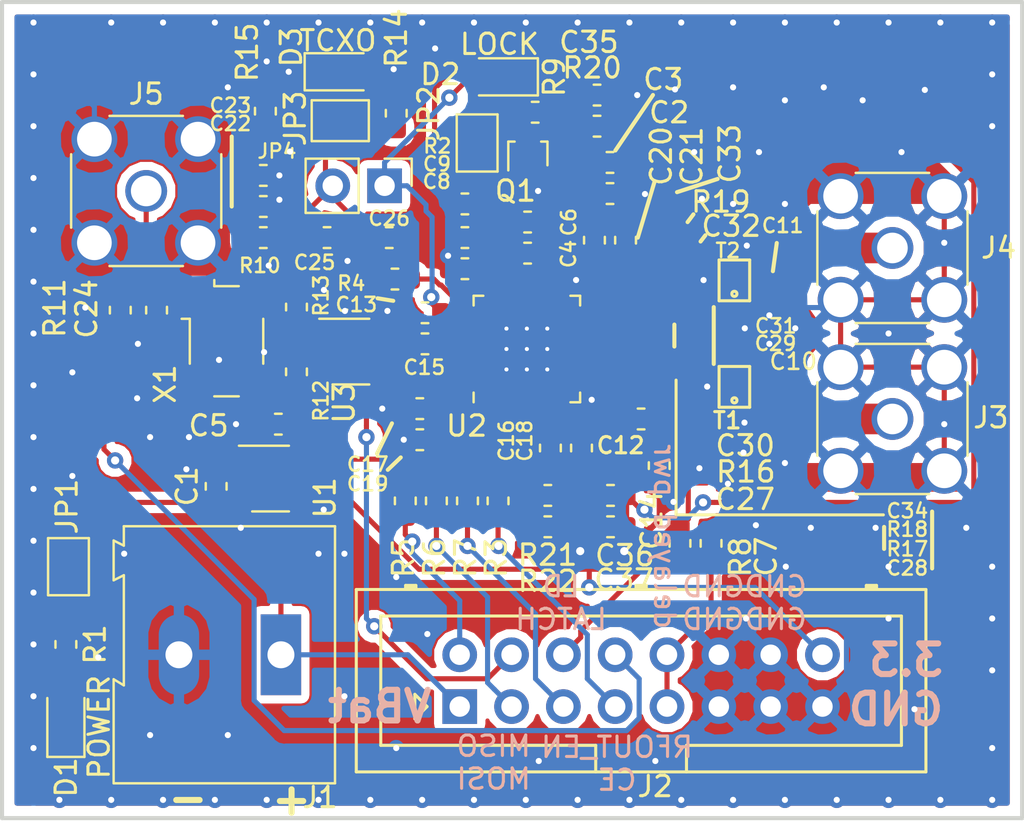
<source format=kicad_pcb>
(kicad_pcb (version 20171130) (host pcbnew 5.0.2-4.fc29)
  (layers (0 F.Cu signal) (31 B.Cu signal) (34 B.Paste user hide) (35 F.Paste user) (36 B.SilkS user) (37 F.SilkS user) (38 B.Mask user) (39 F.Mask user) (44 Edge.Cuts user))
  (net 0 "")
  (net 1 GND)
  (net 2 +BATT)
  (net 3 "Net-(C2-Pad2)")
  (net 4 "Net-(C4-Pad2)")
  (net 5 +3V3)
  (net 6 "Net-(C7-Pad1)")
  (net 7 "Net-(C8-Pad2)")
  (net 8 "Net-(C10-Pad2)")
  (net 9 "Net-(C10-Pad1)")
  (net 10 "Net-(C11-Pad1)")
  (net 11 "Net-(C11-Pad2)")
  (net 12 "Net-(C22-Pad2)")
  (net 13 "Net-(C24-Pad2)")
  (net 14 "Net-(C24-Pad1)")
  (net 15 "Net-(C25-Pad2)")
  (net 16 "/RF out coupling A/IN_N")
  (net 17 "/RF out coupling A/OUT_N")
  (net 18 "/RF out coupling A/IN_P")
  (net 19 "/RF out coupling A/OUT_P")
  (net 20 "/RF out coupling B/IN_N")
  (net 21 "/RF out coupling B/OUT_N")
  (net 22 "/RF out coupling B/OUT_P")
  (net 23 "/RF out coupling B/IN_P")
  (net 24 /VTUNE)
  (net 25 "Net-(C36-Pad2)")
  (net 26 /CP)
  (net 27 "Net-(D1-Pad2)")
  (net 28 "Net-(D2-Pad1)")
  (net 29 "Net-(D3-Pad2)")
  (net 30 /SCLK)
  (net 31 /MOSI)
  (net 32 /MISO)
  (net 33 /LATCH)
  (net 34 /LD)
  (net 35 /CE)
  (net 36 /RFOUT_EN)
  (net 37 "Net-(JP1-Pad2)")
  (net 38 "Net-(JP2-Pad2)")
  (net 39 "Net-(JP3-Pad2)")
  (net 40 "Net-(Q1-Pad3)")
  (net 41 "Net-(R2-Pad1)")
  (net 42 "Net-(R3-Pad1)")
  (net 43 "Net-(R4-Pad1)")
  (net 44 "Net-(R5-Pad1)")
  (net 45 "Net-(R6-Pad1)")
  (net 46 "Net-(R7-Pad1)")
  (net 47 /SW)
  (net 48 /REF_IN)
  (net 49 "Net-(U3-Pad3)")
  (module Capacitor_SMD:C_0402_1005Metric (layer F.Cu) (at 175.9204 117.856 180)
    (fp_text reference C31 (at -2.00152 -0.5207 180) (layer F.SilkS) (effects (font (size 0.7 0.7) (thickness 0.124))))
    (fp_text value 150p)
    (pad 2 smd roundrect (at 0.485 0 180) (size 0.59 0.64) (layers F.Cu F.Paste F.Mask) (net 5 +3V3))
    (pad 1 smd roundrect (at -0.485 0 180) (size 0.59 0.64) (layers F.Cu F.Paste F.Mask) (net 1 GND))
  )
  (module Capacitor_SMD:C_0603_1608Metric (layer F.Cu) (at 150.495 126.238 90)
    (fp_text reference C1 (at 0 -1.43 90) (layer F.SilkS))
    (fp_text value 1u)
    (pad 2 smd roundrect (at 0.7875 0 90) (size 0.875 0.95) (layers F.Cu F.Paste F.Mask) (net 1 GND))
    (pad 1 smd roundrect (at -0.7875 0 90) (size 0.875 0.95) (layers F.Cu F.Paste F.Mask) (net 2 +BATT))
  )
  (module Capacitor_SMD:C_0603_1608Metric (layer F.Cu) (at 169.799 111.887 180)
    (fp_text reference C2 (at -2.89814 3.97002 180) (layer F.SilkS))
    (fp_text value 10p)
    (pad 1 smd roundrect (at -0.7875 0 180) (size 0.875 0.95) (layers F.Cu F.Paste F.Mask) (net 1 GND))
    (pad 2 smd roundrect (at 0.7875 0 180) (size 0.875 0.95) (layers F.Cu F.Paste F.Mask) (net 3 "Net-(C2-Pad2)"))
  )
  (module Capacitor_SMD:C_0603_1608Metric (layer F.Cu) (at 169.799 110.363 180)
    (fp_text reference C3 (at -2.61112 4.06654 180) (layer F.SilkS))
    (fp_text value 100n)
    (pad 2 smd roundrect (at 0.7875 0 180) (size 0.875 0.95) (layers F.Cu F.Paste F.Mask) (net 3 "Net-(C2-Pad2)"))
    (pad 1 smd roundrect (at -0.7875 0 180) (size 0.875 0.95) (layers F.Cu F.Paste F.Mask) (net 1 GND))
  )
  (module Capacitor_SMD:C_0603_1608Metric (layer F.Cu) (at 165.7605 114.808 180)
    (fp_text reference C4 (at -2.0065 -0.04064 270) (layer F.SilkS) (effects (font (size 0.7 0.7) (thickness 0.125))))
    (fp_text value 10p)
    (pad 1 smd roundrect (at -0.7875 0 180) (size 0.875 0.95) (layers F.Cu F.Paste F.Mask) (net 1 GND))
    (pad 2 smd roundrect (at 0.7875 0 180) (size 0.875 0.95) (layers F.Cu F.Paste F.Mask) (net 4 "Net-(C4-Pad2)"))
  )
  (module Capacitor_SMD:C_0603_1608Metric (layer F.Cu) (at 153.543 123.19 180)
    (fp_text reference C5 (at 3.4163 -0.0762 180) (layer F.SilkS))
    (fp_text value 1u)
    (pad 1 smd roundrect (at -0.7875 0 180) (size 0.875 0.95) (layers F.Cu F.Paste F.Mask) (net 5 +3V3))
    (pad 2 smd roundrect (at 0.7875 0 180) (size 0.875 0.95) (layers F.Cu F.Paste F.Mask) (net 1 GND))
  )
  (module Capacitor_SMD:C_0603_1608Metric (layer F.Cu) (at 165.7605 113.284 180)
    (fp_text reference C6 (at -2.01666 -0.00508 270) (layer F.SilkS) (effects (font (size 0.7 0.7) (thickness 0.125))))
    (fp_text value 100n)
    (pad 2 smd roundrect (at 0.7875 0 180) (size 0.875 0.95) (layers F.Cu F.Paste F.Mask) (net 4 "Net-(C4-Pad2)"))
    (pad 1 smd roundrect (at -0.7875 0 180) (size 0.875 0.95) (layers F.Cu F.Paste F.Mask) (net 1 GND))
  )
  (module Capacitor_SMD:C_0603_1608Metric (layer F.Cu) (at 174.752 129.032 90)
    (fp_text reference C7 (at -0.6477 2.70002 90) (layer F.SilkS))
    (fp_text value 10n)
    (pad 1 smd roundrect (at -0.7875 0 90) (size 0.875 0.95) (layers F.Cu F.Paste F.Mask) (net 6 "Net-(C7-Pad1)"))
    (pad 2 smd roundrect (at 0.7875 0 90) (size 0.875 0.95) (layers F.Cu F.Paste F.Mask) (net 1 GND))
  )
  (module Capacitor_SMD:C_0603_1608Metric (layer F.Cu) (at 162.687 115.57)
    (fp_text reference C8 (at -1.38176 -4.27482) (layer F.SilkS) (effects (font (size 0.7 0.7) (thickness 0.125))))
    (fp_text value 10p)
    (pad 1 smd roundrect (at -0.7875 0) (size 0.875 0.95) (layers F.Cu F.Paste F.Mask) (net 1 GND))
    (pad 2 smd roundrect (at 0.7875 0) (size 0.875 0.95) (layers F.Cu F.Paste F.Mask) (net 7 "Net-(C8-Pad2)"))
  )
  (module Capacitor_SMD:C_0603_1608Metric (layer F.Cu) (at 162.687 114.046)
    (fp_text reference C9 (at -1.36652 -3.6068 180) (layer F.SilkS) (effects (font (size 0.7 0.7) (thickness 0.125))))
    (fp_text value 100n)
    (pad 2 smd roundrect (at 0.7875 0) (size 0.875 0.95) (layers F.Cu F.Paste F.Mask) (net 7 "Net-(C8-Pad2)"))
    (pad 1 smd roundrect (at -0.7875 0) (size 0.875 0.95) (layers F.Cu F.Paste F.Mask) (net 1 GND))
  )
  (module Capacitor_SMD:C_0402_1005Metric (layer F.Cu) (at 177.8 121.031)
    (fp_text reference C10 (at 0.98044 -0.9144) (layer F.SilkS) (effects (font (size 0.8 0.8) (thickness 0.125))))
    (fp_text value 10p)
    (pad 2 smd roundrect (at 0.485 0) (size 0.59 0.64) (layers F.Cu F.Paste F.Mask) (net 8 "Net-(C10-Pad2)"))
    (pad 1 smd roundrect (at -0.485 0) (size 0.59 0.64) (layers F.Cu F.Paste F.Mask) (net 9 "Net-(C10-Pad1)"))
  )
  (module Capacitor_SMD:C_0402_1005Metric (layer F.Cu) (at 177.8 116.1415)
    (fp_text reference C11 (at 0.46228 -2.68478) (layer F.SilkS) (effects (font (size 0.7 0.7) (thickness 0.125))))
    (fp_text value 10p)
    (pad 1 smd roundrect (at -0.485 0) (size 0.59 0.64) (layers F.Cu F.Paste F.Mask) (net 10 "Net-(C11-Pad1)"))
    (pad 2 smd roundrect (at 0.485 0) (size 0.59 0.64) (layers F.Cu F.Paste F.Mask) (net 11 "Net-(C11-Pad2)"))
  )
  (module Capacitor_SMD:C_0603_1608Metric (layer F.Cu) (at 171.323 122.936 180)
    (fp_text reference C12 (at 1.0033 -1.2954 180) (layer F.SilkS) (effects (font (size 0.8 0.8))))
    (fp_text value 10p)
    (pad 1 smd roundrect (at -0.7875 0 180) (size 0.875 0.95) (layers F.Cu F.Paste F.Mask) (net 1 GND))
    (pad 2 smd roundrect (at 0.7875 0 180) (size 0.875 0.95) (layers F.Cu F.Paste F.Mask) (net 5 +3V3))
  )
  (module Capacitor_SMD:C_0603_1608Metric (layer F.Cu) (at 160.730711 117.729)
    (fp_text reference C13 (at -3.365011 -0.39878) (layer F.SilkS) (effects (font (size 0.7 0.7) (thickness 0.125))))
    (fp_text value 10p)
    (pad 1 smd roundrect (at -0.7875 0) (size 0.875 0.95) (layers F.Cu F.Paste F.Mask) (net 1 GND))
    (pad 2 smd roundrect (at 0.7875 0) (size 0.875 0.95) (layers F.Cu F.Paste F.Mask) (net 5 +3V3))
  )
  (module Capacitor_SMD:C_0603_1608Metric (layer F.Cu) (at 172.212 125.222 90)
    (fp_text reference C14 (at -2.6797 -0.3683 90) (layer F.SilkS))
    (fp_text value 100n)
    (pad 2 smd roundrect (at 0.7875 0 90) (size 0.875 0.95) (layers F.Cu F.Paste F.Mask) (net 5 +3V3))
    (pad 1 smd roundrect (at -0.7875 0 90) (size 0.875 0.95) (layers F.Cu F.Paste F.Mask) (net 1 GND))
  )
  (module Capacitor_SMD:C_0603_1608Metric (layer F.Cu) (at 160.730711 119.253)
    (fp_text reference C15 (at -0.032531 1.15316) (layer F.SilkS) (effects (font (size 0.7 0.7) (thickness 0.125))))
    (fp_text value 100n)
    (pad 2 smd roundrect (at 0.7875 0) (size 0.875 0.95) (layers F.Cu F.Paste F.Mask) (net 5 +3V3))
    (pad 1 smd roundrect (at -0.7875 0) (size 0.875 0.95) (layers F.Cu F.Paste F.Mask) (net 1 GND))
  )
  (module Capacitor_SMD:C_0603_1608Metric (layer F.Cu) (at 166.878 124.3585 90)
    (fp_text reference C16 (at 0.36078 -2.159 90) (layer F.SilkS) (effects (font (size 0.7 0.7) (thickness 0.125))))
    (fp_text value 10p)
    (pad 1 smd roundrect (at -0.7875 0 90) (size 0.875 0.95) (layers F.Cu F.Paste F.Mask) (net 1 GND))
    (pad 2 smd roundrect (at 0.7875 0 90) (size 0.875 0.95) (layers F.Cu F.Paste F.Mask) (net 5 +3V3))
  )
  (module Capacitor_SMD:C_0603_1608Metric (layer F.Cu) (at 160.476711 122.429972)
    (fp_text reference C17 (at -2.554751 2.728528 180) (layer F.SilkS) (effects (font (size 0.7 0.7) (thickness 0.125))))
    (fp_text value 10p)
    (pad 1 smd roundrect (at -0.7875 0) (size 0.875 0.95) (layers F.Cu F.Paste F.Mask) (net 1 GND))
    (pad 2 smd roundrect (at 0.7875 0) (size 0.875 0.95) (layers F.Cu F.Paste F.Mask) (net 5 +3V3))
  )
  (module Capacitor_SMD:C_0603_1608Metric (layer F.Cu) (at 168.402 124.3585 90)
    (fp_text reference C18 (at 0.3557 -2.7813 90) (layer F.SilkS) (effects (font (size 0.7 0.7) (thickness 0.125))))
    (fp_text value 100n)
    (pad 2 smd roundrect (at 0.7875 0 90) (size 0.875 0.95) (layers F.Cu F.Paste F.Mask) (net 5 +3V3))
    (pad 1 smd roundrect (at -0.7875 0 90) (size 0.875 0.95) (layers F.Cu F.Paste F.Mask) (net 1 GND))
  )
  (module Capacitor_SMD:C_0603_1608Metric (layer F.Cu) (at 160.476711 123.952)
    (fp_text reference C19 (at -2.554751 2.16408) (layer F.SilkS) (effects (font (size 0.7 0.7) (thickness 0.125))))
    (fp_text value 100n)
    (pad 2 smd roundrect (at 0.7875 0) (size 0.875 0.95) (layers F.Cu F.Paste F.Mask) (net 5 +3V3))
    (pad 1 smd roundrect (at -0.7875 0) (size 0.875 0.95) (layers F.Cu F.Paste F.Mask) (net 1 GND))
  )
  (module Capacitor_SMD:C_0603_1608Metric (layer F.Cu) (at 169.037 114.173 270)
    (fp_text reference C20 (at -4.1275 -3.27152 270) (layer F.SilkS))
    (fp_text value 10p)
    (pad 1 smd roundrect (at -0.7875 0 270) (size 0.875 0.95) (layers F.Cu F.Paste F.Mask) (net 1 GND))
    (pad 2 smd roundrect (at 0.7875 0 270) (size 0.875 0.95) (layers F.Cu F.Paste F.Mask) (net 5 +3V3))
  )
  (module Capacitor_SMD:C_0603_1608Metric (layer F.Cu) (at 170.561 114.173 270)
    (fp_text reference C21 (at -4.10972 -3.2512 270) (layer F.SilkS))
    (fp_text value 100n)
    (pad 2 smd roundrect (at 0.7875 0 270) (size 0.875 0.95) (layers F.Cu F.Paste F.Mask) (net 5 +3V3))
    (pad 1 smd roundrect (at -0.7875 0 270) (size 0.875 0.95) (layers F.Cu F.Paste F.Mask) (net 1 GND))
  )
  (module Capacitor_SMD:C_0603_1608Metric (layer F.Cu) (at 152.8065 112.522 180)
    (fp_text reference C22 (at 1.613 4.064 180) (layer F.SilkS) (effects (font (size 0.7 0.7) (thickness 0.125))))
    (fp_text value 10p)
    (pad 1 smd roundrect (at -0.7875 0 180) (size 0.875 0.95) (layers F.Cu F.Paste F.Mask) (net 1 GND))
    (pad 2 smd roundrect (at 0.7875 0 180) (size 0.875 0.95) (layers F.Cu F.Paste F.Mask) (net 12 "Net-(C22-Pad2)"))
  )
  (module Capacitor_SMD:C_0603_1608Metric (layer F.Cu) (at 152.8065 110.998 180)
    (fp_text reference C23 (at 1.613 3.429 180) (layer F.SilkS) (effects (font (size 0.7 0.7) (thickness 0.125))))
    (fp_text value 100n)
    (pad 2 smd roundrect (at 0.7875 0 180) (size 0.875 0.95) (layers F.Cu F.Paste F.Mask) (net 12 "Net-(C22-Pad2)"))
    (pad 1 smd roundrect (at -0.7875 0 180) (size 0.875 0.95) (layers F.Cu F.Paste F.Mask) (net 1 GND))
  )
  (module Capacitor_SMD:C_0603_1608Metric (layer F.Cu) (at 147.574 117.602 90)
    (fp_text reference C24 (at 0.0635 -3.429 90) (layer F.SilkS))
    (fp_text value 10n)
    (pad 2 smd roundrect (at 0.7875 0 90) (size 0.875 0.95) (layers F.Cu F.Paste F.Mask) (net 13 "Net-(C24-Pad2)"))
    (pad 1 smd roundrect (at -0.7875 0 90) (size 0.875 0.95) (layers F.Cu F.Paste F.Mask) (net 14 "Net-(C24-Pad1)"))
  )
  (module Capacitor_SMD:C_0603_1608Metric (layer F.Cu) (at 155.9305 114.046 180)
    (fp_text reference C25 (at 0.61204 -1.2192 180) (layer F.SilkS) (effects (font (size 0.7 0.7) (thickness 0.125))))
    (fp_text value 10p)
    (pad 1 smd roundrect (at -0.7875 0 180) (size 0.875 0.95) (layers F.Cu F.Paste F.Mask) (net 1 GND))
    (pad 2 smd roundrect (at 0.7875 0 180) (size 0.875 0.95) (layers F.Cu F.Paste F.Mask) (net 15 "Net-(C25-Pad2)"))
  )
  (module Capacitor_SMD:C_0603_1608Metric (layer F.Cu) (at 158.9785 114.046 180)
    (fp_text reference C26 (at 0.00244 0.9398) (layer F.SilkS) (effects (font (size 0.7 0.7) (thickness 0.125))))
    (fp_text value 100n)
    (pad 2 smd roundrect (at 0.7875 0 180) (size 0.875 0.95) (layers F.Cu F.Paste F.Mask) (net 15 "Net-(C25-Pad2)"))
    (pad 1 smd roundrect (at -0.7875 0 180) (size 0.875 0.95) (layers F.Cu F.Paste F.Mask) (net 1 GND))
  )
  (module Capacitor_SMD:C_0402_1005Metric (layer F.Cu) (at 174.013 124.3584)
    (fp_text reference C27 (at 2.4154 2.5146) (layer F.SilkS))
    (fp_text value 150p)
    (pad 2 smd roundrect (at 0.485 0) (size 0.59 0.64) (layers F.Cu F.Paste F.Mask) (net 5 +3V3))
    (pad 1 smd roundrect (at -0.485 0) (size 0.59 0.64) (layers F.Cu F.Paste F.Mask) (net 1 GND))
  )
  (module Capacitor_SMD:C_0402_1005Metric (layer F.Cu) (at 173.99 120.3325)
    (fp_text reference C28 (at 10.38098 9.91108) (layer F.SilkS) (effects (font (size 0.7 0.7) (thickness 0.124))))
    (fp_text value 150p)
    (pad 1 smd roundrect (at -0.485 0) (size 0.59 0.64) (layers F.Cu F.Paste F.Mask) (net 16 "/RF out coupling A/IN_N"))
    (pad 2 smd roundrect (at 0.485 0) (size 0.59 0.64) (layers F.Cu F.Paste F.Mask) (net 17 "/RF out coupling A/OUT_N"))
  )
  (module Capacitor_SMD:C_0402_1005Metric (layer F.Cu) (at 175.9228 119.3673)
    (fp_text reference C29 (at 1.98896 -0.13208 180) (layer F.SilkS) (effects (font (size 0.7 0.7) (thickness 0.124))))
    (fp_text value 150p)
    (pad 2 smd roundrect (at 0.485 0) (size 0.59 0.64) (layers F.Cu F.Paste F.Mask) (net 1 GND))
    (pad 1 smd roundrect (at -0.485 0) (size 0.59 0.64) (layers F.Cu F.Paste F.Mask) (net 5 +3V3))
  )
  (module Capacitor_SMD:C_0402_1005Metric (layer F.Cu) (at 174.013 122.3899)
    (fp_text reference C30 (at 2.4154 1.8542) (layer F.SilkS))
    (fp_text value 150p)
    (pad 1 smd roundrect (at -0.485 0) (size 0.59 0.64) (layers F.Cu F.Paste F.Mask) (net 18 "/RF out coupling A/IN_P"))
    (pad 2 smd roundrect (at 0.485 0) (size 0.59 0.64) (layers F.Cu F.Paste F.Mask) (net 19 "/RF out coupling A/OUT_P"))
  )
  (module Capacitor_SMD:C_0402_1005Metric (layer F.Cu) (at 173.944 114.808)
    (fp_text reference C32 (at 1.79606 -1.32588) (layer F.SilkS))
    (fp_text value 150p)
    (pad 1 smd roundrect (at -0.485 0) (size 0.59 0.64) (layers F.Cu F.Paste F.Mask) (net 20 "/RF out coupling B/IN_N"))
    (pad 2 smd roundrect (at 0.485 0) (size 0.59 0.64) (layers F.Cu F.Paste F.Mask) (net 21 "/RF out coupling B/OUT_N"))
  )
  (module Capacitor_SMD:C_0402_1005Metric (layer F.Cu) (at 172.466 112.395 90)
    (fp_text reference C33 (at 2.4638 3.20548 90) (layer F.SilkS))
    (fp_text value 150p)
    (pad 1 smd roundrect (at -0.485 0 90) (size 0.59 0.64) (layers F.Cu F.Paste F.Mask) (net 5 +3V3))
    (pad 2 smd roundrect (at 0.485 0 90) (size 0.59 0.64) (layers F.Cu F.Paste F.Mask) (net 1 GND))
  )
  (module Capacitor_SMD:C_0402_1005Metric (layer F.Cu) (at 173.9876 117.475)
    (fp_text reference C34 (at 10.38338 9.96696 180) (layer F.SilkS) (effects (font (size 0.7 0.7) (thickness 0.124))))
    (fp_text value 150p)
    (pad 2 smd roundrect (at 0.485 0) (size 0.59 0.64) (layers F.Cu F.Paste F.Mask) (net 22 "/RF out coupling B/OUT_P"))
    (pad 1 smd roundrect (at -0.485 0) (size 0.59 0.64) (layers F.Cu F.Paste F.Mask) (net 23 "/RF out coupling B/IN_P"))
  )
  (module Capacitor_SMD:C_0603_1608Metric (layer F.Cu) (at 169.164 107.061)
    (fp_text reference C35 (at -0.40132 -2.5908) (layer F.SilkS))
    (fp_text value 820p)
    (pad 1 smd roundrect (at -0.7875 0) (size 0.875 0.95) (layers F.Cu F.Paste F.Mask) (net 24 /VTUNE))
    (pad 2 smd roundrect (at 0.7875 0) (size 0.875 0.95) (layers F.Cu F.Paste F.Mask) (net 1 GND))
  )
  (module Capacitor_SMD:C_0603_1608Metric (layer F.Cu) (at 169.8245 126.6825 180)
    (fp_text reference C36 (at -0.6984 -2.9464 180) (layer F.SilkS))
    (fp_text value 100n)
    (pad 2 smd roundrect (at 0.7875 0 180) (size 0.875 0.95) (layers F.Cu F.Paste F.Mask) (net 25 "Net-(C36-Pad2)"))
    (pad 1 smd roundrect (at -0.7875 0 180) (size 0.875 0.95) (layers F.Cu F.Paste F.Mask) (net 26 /CP))
  )
  (module Capacitor_SMD:C_0603_1608Metric (layer F.Cu) (at 169.8244 128.2192 180)
    (fp_text reference C37 (at -0.6604 -2.6035 180) (layer F.SilkS))
    (fp_text value 12n)
    (pad 1 smd roundrect (at -0.7875 0 180) (size 0.875 0.95) (layers F.Cu F.Paste F.Mask) (net 26 /CP))
    (pad 2 smd roundrect (at 0.7875 0 180) (size 0.875 0.95) (layers F.Cu F.Paste F.Mask) (net 1 GND))
  )
  (module LED_SMD:LED_0805_2012Metric_Castellated (layer F.Cu) (at 143.129 137.6145 90)
    (fp_text reference D1 (at -2.8856 0.0127 90) (layer F.SilkS))
    (fp_text value POWER (at -0.4218 1.6256 90) (layer F.SilkS))
    (pad 1 smd roundrect (at -0.9625 0 90) (size 1.325 1.3) (layers F.Cu F.Paste F.Mask) (roundrect_rratio 0.192308) (net 1 GND))
    (pad 2 smd roundrect (at 0.9625 0 90) (size 1.325 1.3) (layers F.Cu F.Paste F.Mask) (roundrect_rratio 0.192308) (net 27 "Net-(D1-Pad2)"))
  )
  (module LED_SMD:LED_0805_2012Metric_Castellated (layer F.Cu) (at 164.37848 106.16692 180)
    (fp_text reference D2 (at 2.89798 0.12192 180) (layer F.SilkS))
    (fp_text value LOCK (at 0 1.6 180) (layer F.SilkS))
    (pad 1 smd roundrect (at -0.9625 0 180) (size 1.325 1.3) (layers F.Cu F.Paste F.Mask) (roundrect_rratio 0.192308) (net 28 "Net-(D2-Pad1)"))
    (pad 2 smd roundrect (at 0.9625 0 180) (size 1.325 1.3) (layers F.Cu F.Paste F.Mask) (roundrect_rratio 0.192308) (net 5 +3V3))
  )
  (module LED_SMD:LED_0805_2012Metric_Castellated (layer F.Cu) (at 156.718 105.918)
    (fp_text reference D3 (at -2.54 -1.2065 90) (layer F.SilkS))
    (fp_text value TCXO (at -0.254 -1.524) (layer F.SilkS))
    (pad 2 smd roundrect (at 0.9625 0) (size 1.325 1.3) (layers F.Cu F.Paste F.Mask) (roundrect_rratio 0.192308) (net 29 "Net-(D3-Pad2)"))
    (pad 1 smd roundrect (at -0.9625 0) (size 1.325 1.3) (layers F.Cu F.Paste F.Mask) (roundrect_rratio 0.192308) (net 1 GND))
  )
  (module TerminalBlock:TerminalBlock_Altech_AK300-2_P5.00mm (layer F.Cu) (at 153.67 134.493 180)
    (fp_text reference J1 (at -1.92 -6.99 180) (layer F.SilkS))
    (fp_text value PWR)
    (pad 1 thru_hole rect (at 0 0 180) (size 1.98 3.96) (drill 1.32) (layers *.Cu *.Mask) (net 2 +BATT))
    (pad 2 thru_hole oval (at 5 0 180) (size 1.98 3.96) (drill 1.32) (layers *.Cu *.Mask) (net 1 GND))
  )
  (module Connector_Multicomp:Multicomp_MC9A12-1634_2x08_P2.54mm_Vertical (layer F.Cu) (at 162.433 137.033)
    (fp_text reference J2 (at 9.5758 3.9116) (layer F.SilkS))
    (fp_text value CTRL)
    (pad 1 thru_hole rect (at 0 0) (size 1.7 1.7) (drill 1) (layers *.Cu *.Mask) (net 2 +BATT))
    (pad 2 thru_hole circle (at 0 -2.54) (size 1.7 1.7) (drill 1) (layers *.Cu *.Mask) (net 30 /SCLK))
    (pad 3 thru_hole circle (at 2.54 0) (size 1.7 1.7) (drill 1) (layers *.Cu *.Mask) (net 31 /MOSI))
    (pad 4 thru_hole circle (at 2.54 -2.54) (size 1.7 1.7) (drill 1) (layers *.Cu *.Mask) (net 32 /MISO))
    (pad 5 thru_hole circle (at 5.08 0) (size 1.7 1.7) (drill 1) (layers *.Cu *.Mask) (net 33 /LATCH))
    (pad 6 thru_hole circle (at 5.08 -2.54) (size 1.7 1.7) (drill 1) (layers *.Cu *.Mask) (net 34 /LD))
    (pad 7 thru_hole circle (at 7.62 0) (size 1.7 1.7) (drill 1) (layers *.Cu *.Mask) (net 35 /CE))
    (pad 8 thru_hole circle (at 7.62 -2.54) (size 1.7 1.7) (drill 1) (layers *.Cu *.Mask) (net 36 /RFOUT_EN))
    (pad 9 thru_hole circle (at 10.16 0) (size 1.7 1.7) (drill 1) (layers *.Cu *.Mask) (net 6 "Net-(C7-Pad1)"))
    (pad 10 thru_hole circle (at 10.16 -2.54) (size 1.7 1.7) (drill 1) (layers *.Cu *.Mask) (net 6 "Net-(C7-Pad1)"))
    (pad 11 thru_hole circle (at 12.7 0) (size 1.7 1.7) (drill 1) (layers *.Cu *.Mask) (net 1 GND))
    (pad 12 thru_hole circle (at 12.7 -2.54) (size 1.7 1.7) (drill 1) (layers *.Cu *.Mask) (net 1 GND))
    (pad 13 thru_hole circle (at 15.24 0) (size 1.7 1.7) (drill 1) (layers *.Cu *.Mask) (net 1 GND))
    (pad 14 thru_hole circle (at 15.24 -2.54) (size 1.7 1.7) (drill 1) (layers *.Cu *.Mask) (net 1 GND))
    (pad 15 thru_hole circle (at 17.78 0) (size 1.7 1.7) (drill 1) (layers *.Cu *.Mask) (net 1 GND))
    (pad 16 thru_hole circle (at 17.78 -2.54) (size 1.7 1.7) (drill 1) (layers *.Cu *.Mask) (net 5 +3V3))
  )
  (module Connector_Coaxial:SMA_Amphenol_132134-16_Vertical (layer F.Cu) (at 183.642 122.936)
    (fp_text reference J3 (at 4.826 -0.0635) (layer F.SilkS))
    (fp_text value SMA6251A1-3GT50G-50)
    (pad 2 thru_hole circle (at -2.54 2.54) (size 2.25 2.25) (drill 1.7) (layers *.Cu *.Mask) (net 1 GND))
    (pad 2 thru_hole circle (at -2.54 -2.54) (size 2.25 2.25) (drill 1.7) (layers *.Cu *.Mask) (net 1 GND))
    (pad 2 thru_hole circle (at 2.54 -2.54) (size 2.25 2.25) (drill 1.7) (layers *.Cu *.Mask) (net 1 GND))
    (pad 2 thru_hole circle (at 2.54 2.54) (size 2.25 2.25) (drill 1.7) (layers *.Cu *.Mask) (net 1 GND))
    (pad 1 thru_hole circle (at 0 0) (size 2.05 2.05) (drill 1.5) (layers *.Cu *.Mask) (net 8 "Net-(C10-Pad2)"))
  )
  (module Connector_Coaxial:SMA_Amphenol_132134-16_Vertical (layer F.Cu) (at 183.642 114.554)
    (fp_text reference J4 (at 5.207 0) (layer F.SilkS))
    (fp_text value SMA6251A1-3GT50G-50)
    (pad 1 thru_hole circle (at 0 0) (size 2.05 2.05) (drill 1.5) (layers *.Cu *.Mask) (net 11 "Net-(C11-Pad2)"))
    (pad 2 thru_hole circle (at 2.54 2.54) (size 2.25 2.25) (drill 1.7) (layers *.Cu *.Mask) (net 1 GND))
    (pad 2 thru_hole circle (at 2.54 -2.54) (size 2.25 2.25) (drill 1.7) (layers *.Cu *.Mask) (net 1 GND))
    (pad 2 thru_hole circle (at -2.54 -2.54) (size 2.25 2.25) (drill 1.7) (layers *.Cu *.Mask) (net 1 GND))
    (pad 2 thru_hole circle (at -2.54 2.54) (size 2.25 2.25) (drill 1.7) (layers *.Cu *.Mask) (net 1 GND))
  )
  (module Connector_Coaxial:SMA_Amphenol_132134-16_Vertical (layer F.Cu) (at 147.066 111.76)
    (fp_text reference J5 (at 0 -4.75) (layer F.SilkS))
    (fp_text value ext_clock)
    (pad 1 thru_hole circle (at 0 0) (size 2.05 2.05) (drill 1.5) (layers *.Cu *.Mask) (net 13 "Net-(C24-Pad2)"))
    (pad 2 thru_hole circle (at 2.54 2.54) (size 2.25 2.25) (drill 1.7) (layers *.Cu *.Mask) (net 1 GND))
    (pad 2 thru_hole circle (at 2.54 -2.54) (size 2.25 2.25) (drill 1.7) (layers *.Cu *.Mask) (net 1 GND))
    (pad 2 thru_hole circle (at -2.54 -2.54) (size 2.25 2.25) (drill 1.7) (layers *.Cu *.Mask) (net 1 GND))
    (pad 2 thru_hole circle (at -2.54 2.54) (size 2.25 2.25) (drill 1.7) (layers *.Cu *.Mask) (net 1 GND))
  )
  (module Jumper:SolderJumper-2_P1.3mm_Open_TrianglePad1.0x1.5mm (layer F.Cu) (at 143.256 130.175 270)
    (fp_text reference JP1 (at -2.9464 0.0762 270) (layer F.SilkS))
    (fp_text value EN_PWR_LED)
    (pad 2 smd custom (at 0.725 0 270) (size 0.3 0.3) (layers F.Cu F.Mask) (net 37 "Net-(JP1-Pad2)") (options (clearance outline) (anchor rect)) (primitives (gr_poly (pts (xy -0.65 -0.75) (xy 0.5 -0.75) (xy 0.5 0.75) (xy -0.65 0.75) (xy -0.15 0)) (width 0))))
    (pad 1 smd custom (at -0.725 0 270) (size 0.3 0.3) (layers F.Cu F.Mask) (net 2 +BATT) (options (clearance outline) (anchor rect)) (primitives (gr_poly (pts (xy -0.5 -0.75) (xy 0.5 -0.75) (xy 1 0) (xy 0.5 0.75) (xy -0.5 0.75)) (width 0))))
  )
  (module Jumper:SolderJumper-2_P1.3mm_Open_TrianglePad1.0x1.5mm (layer F.Cu) (at 163.28644 109.40796 90)
    (fp_text reference JP2 (at 1.45542 -2.3749 90) (layer F.SilkS))
    (fp_text value EN_LD_LED)
    (pad 1 smd custom (at -0.725 0 90) (size 0.3 0.3) (layers F.Cu F.Mask) (net 34 /LD) (options (clearance outline) (anchor rect)) (primitives (gr_poly (pts (xy -0.5 -0.75) (xy 0.5 -0.75) (xy 1 0) (xy 0.5 0.75) (xy -0.5 0.75)) (width 0))))
    (pad 2 smd custom (at 0.725 0 90) (size 0.3 0.3) (layers F.Cu F.Mask) (net 38 "Net-(JP2-Pad2)") (options (clearance outline) (anchor rect)) (primitives (gr_poly (pts (xy -0.65 -0.75) (xy 0.5 -0.75) (xy 0.5 0.75) (xy -0.65 0.75) (xy -0.15 0)) (width 0))))
  )
  (module Jumper:SolderJumper-2_P1.3mm_Open_TrianglePad1.0x1.5mm (layer F.Cu) (at 156.5783 108.31576)
    (fp_text reference JP3 (at -2.2098 -0.11176 90) (layer F.SilkS))
    (fp_text value EN_TCXO_LED)
    (pad 2 smd custom (at 0.725 0) (size 0.3 0.3) (layers F.Cu F.Mask) (net 39 "Net-(JP3-Pad2)") (options (clearance outline) (anchor rect)) (primitives (gr_poly (pts (xy -0.65 -0.75) (xy 0.5 -0.75) (xy 0.5 0.75) (xy -0.65 0.75) (xy -0.15 0)) (width 0))))
    (pad 1 smd custom (at -0.725 0) (size 0.3 0.3) (layers F.Cu F.Mask) (net 15 "Net-(C25-Pad2)") (options (clearance outline) (anchor rect)) (primitives (gr_poly (pts (xy -0.5 -0.75) (xy 0.5 -0.75) (xy 1 0) (xy 0.5 0.75) (xy -0.5 0.75)) (width 0))))
  )
  (module Package_TO_SOT_SMD:SOT-416 (layer F.Cu) (at 165.7731 109.84992 90)
    (fp_text reference Q1 (at -1.91008 -0.6096 180) (layer F.SilkS))
    (fp_text value DTC114Y)
    (pad 1 smd rect (at -0.65 -0.5 90) (size 0.6 0.5) (layers F.Cu F.Paste F.Mask) (net 38 "Net-(JP2-Pad2)"))
    (pad 2 smd rect (at -0.65 0.5 90) (size 0.6 0.5) (layers F.Cu F.Paste F.Mask) (net 1 GND))
    (pad 3 smd rect (at 0.65 0 90) (size 0.6 0.5) (layers F.Cu F.Paste F.Mask) (net 40 "Net-(Q1-Pad3)"))
  )
  (module Resistor_SMD:R_0603_1608Metric (layer F.Cu) (at 143.129 133.985 270)
    (fp_text reference R1 (at 0 -1.43 270) (layer F.SilkS))
    (fp_text value 180)
    (pad 1 smd roundrect (at -0.7875 0 270) (size 0.875 0.95) (layers F.Cu F.Paste F.Mask) (net 37 "Net-(JP1-Pad2)"))
    (pad 2 smd roundrect (at 0.7875 0 270) (size 0.875 0.95) (layers F.Cu F.Paste F.Mask) (net 27 "Net-(D1-Pad2)"))
  )
  (module Resistor_SMD:R_0603_1608Metric (layer F.Cu) (at 162.687 112.395 180)
    (fp_text reference R2 (at 1.35128 2.83972 180) (layer F.SilkS) (effects (font (size 0.7 0.7) (thickness 0.125))))
    (fp_text value 5k1)
    (pad 2 smd roundrect (at 0.7875 0 180) (size 0.875 0.95) (layers F.Cu F.Paste F.Mask) (net 1 GND))
    (pad 1 smd roundrect (at -0.7875 0 180) (size 0.875 0.95) (layers F.Cu F.Paste F.Mask) (net 41 "Net-(R2-Pad1)"))
  )
  (module Resistor_SMD:R_0603_1608Metric (layer F.Cu) (at 164.3126 126.9493 270)
    (fp_text reference R3 (at 2.794 0.094 270) (layer F.SilkS))
    (fp_text value 68)
    (pad 1 smd roundrect (at -0.7875 0 270) (size 0.875 0.95) (layers F.Cu F.Paste F.Mask) (net 42 "Net-(R3-Pad1)"))
    (pad 2 smd roundrect (at 0.7875 0 270) (size 0.875 0.95) (layers F.Cu F.Paste F.Mask) (net 35 /CE))
  )
  (module Resistor_SMD:R_0603_1608Metric (layer F.Cu) (at 159.258 116.078 180)
    (fp_text reference R4 (at 2.14376 -0.21082 180) (layer F.SilkS) (effects (font (size 0.7 0.7) (thickness 0.125))))
    (fp_text value 68)
    (pad 2 smd roundrect (at 0.7875 0 180) (size 0.875 0.95) (layers F.Cu F.Paste F.Mask) (net 36 /RFOUT_EN))
    (pad 1 smd roundrect (at -0.7875 0 180) (size 0.875 0.95) (layers F.Cu F.Paste F.Mask) (net 43 "Net-(R4-Pad1)"))
  )
  (module Resistor_SMD:R_0603_1608Metric (layer F.Cu) (at 159.766 126.9493 270)
    (fp_text reference R5 (at 2.794 0.094 270) (layer F.SilkS))
    (fp_text value 68)
    (pad 1 smd roundrect (at -0.7875 0 270) (size 0.875 0.95) (layers F.Cu F.Paste F.Mask) (net 44 "Net-(R5-Pad1)"))
    (pad 2 smd roundrect (at 0.7875 0 270) (size 0.875 0.95) (layers F.Cu F.Paste F.Mask) (net 30 /SCLK))
  )
  (module Resistor_SMD:R_0603_1608Metric (layer F.Cu) (at 161.29 126.9493 270)
    (fp_text reference R6 (at 2.794 0.094 270) (layer F.SilkS))
    (fp_text value 68)
    (pad 2 smd roundrect (at 0.7875 0 270) (size 0.875 0.95) (layers F.Cu F.Paste F.Mask) (net 31 /MOSI))
    (pad 1 smd roundrect (at -0.7875 0 270) (size 0.875 0.95) (layers F.Cu F.Paste F.Mask) (net 45 "Net-(R6-Pad1)"))
  )
  (module Resistor_SMD:R_0603_1608Metric (layer F.Cu) (at 162.814 126.9493 270)
    (fp_text reference R7 (at 2.794 0.094 270) (layer F.SilkS))
    (fp_text value 68)
    (pad 2 smd roundrect (at 0.7875 0 270) (size 0.875 0.95) (layers F.Cu F.Paste F.Mask) (net 33 /LATCH))
    (pad 1 smd roundrect (at -0.7875 0 270) (size 0.875 0.95) (layers F.Cu F.Paste F.Mask) (net 46 "Net-(R7-Pad1)"))
  )
  (module Resistor_SMD:R_0603_1608Metric (layer F.Cu) (at 173.228 129.032 270)
    (fp_text reference R8 (at 0.67564 -2.9591 270) (layer F.SilkS))
    (fp_text value 47k)
    (pad 1 smd roundrect (at -0.7875 0 270) (size 0.875 0.95) (layers F.Cu F.Paste F.Mask) (net 5 +3V3))
    (pad 2 smd roundrect (at 0.7875 0 270) (size 0.875 0.95) (layers F.Cu F.Paste F.Mask) (net 6 "Net-(C7-Pad1)"))
  )
  (module Resistor_SMD:R_0603_1608Metric (layer F.Cu) (at 166.13114 107.90174)
    (fp_text reference R9 (at 0.93736 -1.72974 90) (layer F.SilkS))
    (fp_text value 100)
    (pad 1 smd roundrect (at -0.7875 0) (size 0.875 0.95) (layers F.Cu F.Paste F.Mask) (net 28 "Net-(D2-Pad1)"))
    (pad 2 smd roundrect (at 0.7875 0) (size 0.875 0.95) (layers F.Cu F.Paste F.Mask) (net 40 "Net-(Q1-Pad3)"))
  )
  (module Resistor_SMD:R_0603_1608Metric (layer F.Cu) (at 152.8065 114.046 180)
    (fp_text reference R10 (at 0.17282 -1.36906) (layer F.SilkS) (effects (font (size 0.7 0.7) (thickness 0.125))))
    (fp_text value 24)
    (pad 2 smd roundrect (at 0.7875 0 180) (size 0.875 0.95) (layers F.Cu F.Paste F.Mask) (net 12 "Net-(C22-Pad2)"))
    (pad 1 smd roundrect (at -0.7875 0 180) (size 0.875 0.95) (layers F.Cu F.Paste F.Mask) (net 15 "Net-(C25-Pad2)"))
  )
  (module Resistor_SMD:R_0603_1608Metric (layer F.Cu) (at 145.796 117.602 270)
    (fp_text reference R11 (at -0.1016 3.2131 270) (layer F.SilkS))
    (fp_text value 100)
    (pad 1 smd roundrect (at -0.7875 0 270) (size 0.875 0.95) (layers F.Cu F.Paste F.Mask) (net 13 "Net-(C24-Pad2)"))
    (pad 2 smd roundrect (at 0.7875 0 270) (size 0.875 0.95) (layers F.Cu F.Paste F.Mask) (net 1 GND))
  )
  (module Resistor_SMD:R_0603_1608Metric (layer F.Cu) (at 154.432 120.6245 90)
    (fp_text reference R12 (at -1.41996 1.20142 90) (layer F.SilkS) (effects (font (size 0.7 0.7) (thickness 0.125))))
    (fp_text value 10k)
    (pad 2 smd roundrect (at 0.7875 0 90) (size 0.875 0.95) (layers F.Cu F.Paste F.Mask) (net 14 "Net-(C24-Pad1)"))
    (pad 1 smd roundrect (at -0.7875 0 90) (size 0.875 0.95) (layers F.Cu F.Paste F.Mask) (net 5 +3V3))
  )
  (module Resistor_SMD:R_0603_1608Metric (layer F.Cu) (at 154.432 117.4495 90)
    (fp_text reference R13 (at 0.56124 1.20142 270) (layer F.SilkS) (effects (font (size 0.7 0.7) (thickness 0.125))))
    (fp_text value 10k)
    (pad 1 smd roundrect (at -0.7875 0 90) (size 0.875 0.95) (layers F.Cu F.Paste F.Mask) (net 14 "Net-(C24-Pad1)"))
    (pad 2 smd roundrect (at 0.7875 0 90) (size 0.875 0.95) (layers F.Cu F.Paste F.Mask) (net 1 GND))
  )
  (module Resistor_SMD:R_0603_1608Metric (layer F.Cu) (at 159.3215 107.95 90)
    (fp_text reference R14 (at 3.683 0 90) (layer F.SilkS))
    (fp_text value 100)
    (pad 2 smd roundrect (at 0.7875 0 90) (size 0.875 0.95) (layers F.Cu F.Paste F.Mask) (net 29 "Net-(D3-Pad2)"))
    (pad 1 smd roundrect (at -0.7875 0 90) (size 0.875 0.95) (layers F.Cu F.Paste F.Mask) (net 39 "Net-(JP3-Pad2)"))
  )
  (module Resistor_SMD:R_0603_1608Metric (layer F.Cu) (at 152.908 107.8485 90)
    (fp_text reference R15 (at 2.883 -0.889 90) (layer F.SilkS))
    (fp_text value 10k)
    (pad 1 smd roundrect (at -0.7875 0 90) (size 0.875 0.95) (layers F.Cu F.Paste F.Mask) (net 15 "Net-(C25-Pad2)"))
    (pad 2 smd roundrect (at 0.7875 0 90) (size 0.875 0.95) (layers F.Cu F.Paste F.Mask) (net 1 GND))
  )
  (module Resistor_SMD:R_0402_1005Metric (layer F.Cu) (at 174.013 123.3424 180)
    (fp_text reference R16 (at -2.4408 -2.1844 180) (layer F.SilkS))
    (fp_text value 49R9)
    (pad 1 smd roundrect (at -0.485 0 180) (size 0.59 0.64) (layers F.Cu F.Paste F.Mask) (net 5 +3V3))
    (pad 2 smd roundrect (at 0.485 0 180) (size 0.59 0.64) (layers F.Cu F.Paste F.Mask) (net 18 "/RF out coupling A/IN_P"))
  )
  (module Resistor_SMD:R_0402_1005Metric (layer F.Cu) (at 173.9924 119.3673)
    (fp_text reference R17 (at 10.37858 9.93902) (layer F.SilkS) (effects (font (size 0.7 0.7) (thickness 0.124))))
    (fp_text value 49R9)
    (pad 2 smd roundrect (at 0.485 0) (size 0.59 0.64) (layers F.Cu F.Paste F.Mask) (net 5 +3V3))
    (pad 1 smd roundrect (at -0.485 0) (size 0.59 0.64) (layers F.Cu F.Paste F.Mask) (net 16 "/RF out coupling A/IN_N"))
  )
  (module Resistor_SMD:R_0402_1005Metric (layer F.Cu) (at 173.9876 118.364 180)
    (fp_text reference R18 (at -10.38338 -9.97712 180) (layer F.SilkS) (effects (font (size 0.7 0.7) (thickness 0.124))))
    (fp_text value 49R9)
    (pad 1 smd roundrect (at -0.485 0 180) (size 0.59 0.64) (layers F.Cu F.Paste F.Mask) (net 5 +3V3))
    (pad 2 smd roundrect (at 0.485 0 180) (size 0.59 0.64) (layers F.Cu F.Paste F.Mask) (net 23 "/RF out coupling B/IN_P"))
  )
  (module Resistor_SMD:R_0402_1005Metric (layer F.Cu) (at 172.974 113.792 180)
    (fp_text reference R19 (at -2.2606 1.49606 180) (layer F.SilkS))
    (fp_text value 49R9)
    (pad 2 smd roundrect (at 0.485 0 180) (size 0.59 0.64) (layers F.Cu F.Paste F.Mask) (net 5 +3V3))
    (pad 1 smd roundrect (at -0.485 0 180) (size 0.59 0.64) (layers F.Cu F.Paste F.Mask) (net 20 "/RF out coupling B/IN_N"))
  )
  (module Resistor_SMD:R_0603_1608Metric (layer F.Cu) (at 169.164 108.585)
    (fp_text reference R20 (at -0.23876 -2.86004) (layer F.SilkS))
    (fp_text value 240)
    (pad 2 smd roundrect (at 0.7875 0) (size 0.875 0.95) (layers F.Cu F.Paste F.Mask) (net 26 /CP))
    (pad 1 smd roundrect (at -0.7875 0) (size 0.875 0.95) (layers F.Cu F.Paste F.Mask) (net 24 /VTUNE))
  )
  (module Resistor_SMD:R_0603_1608Metric (layer F.Cu) (at 166.751 126.6825 180)
    (fp_text reference R21 (at 0.0127 -2.921 180) (layer F.SilkS))
    (fp_text value 30.1)
    (pad 1 smd roundrect (at -0.7875 0 180) (size 0.875 0.95) (layers F.Cu F.Paste F.Mask) (net 25 "Net-(C36-Pad2)"))
    (pad 2 smd roundrect (at 0.7875 0 180) (size 0.875 0.95) (layers F.Cu F.Paste F.Mask) (net 47 /SW))
  )
  (module Resistor_SMD:R_0603_1608Metric (layer F.Cu) (at 166.7509 128.2192)
    (fp_text reference R22 (at -0.0127 2.667) (layer F.SilkS))
    (fp_text value 91)
    (pad 2 smd roundrect (at 0.7875 0) (size 0.875 0.95) (layers F.Cu F.Paste F.Mask) (net 1 GND))
    (pad 1 smd roundrect (at -0.7875 0) (size 0.875 0.95) (layers F.Cu F.Paste F.Mask) (net 47 /SW))
  )
  (module MiniSynth:B0430J50100AHF (layer F.Cu) (at 175.895 121.3612 270)
    (fp_text reference T1 (at 1.651 0.3556) (layer F.SilkS) (effects (font (size 0.8 0.8))))
    (fp_text value Mini-Balun)
    (pad 6 smd rect (at 0.6604 0.4953 270) (size 0.4064 0.3302) (layers F.Cu F.Paste F.Mask) (net 19 "/RF out coupling A/OUT_P"))
    (pad 5 smd rect (at 0 0.4953 270) (size 0.4064 0.3302) (layers F.Cu F.Paste F.Mask) (net 1 GND))
    (pad 4 smd rect (at -0.6604 0.4953 270) (size 0.4064 0.3302) (layers F.Cu F.Paste F.Mask) (net 17 "/RF out coupling A/OUT_N"))
    (pad 3 smd rect (at -0.6604 -0.4953 270) (size 0.4064 0.3302) (layers F.Cu F.Paste F.Mask) (net 1 GND))
    (pad 2 smd rect (at 0 -0.4953 270) (size 0.4064 0.3302) (layers F.Cu F.Paste F.Mask) (net 9 "Net-(C10-Pad1)"))
    (pad 1 smd rect (at 0.6604 -0.4953 270) (size 0.4064 0.3302) (layers F.Cu F.Paste F.Mask) (net 1 GND))
  )
  (module MiniSynth:B0430J50100AHF (layer F.Cu) (at 175.895 116.1415 270)
    (fp_text reference T2 (at -1.4605 0.3175) (layer F.SilkS) (effects (font (size 0.7 0.7) (thickness 0.124))))
    (fp_text value Mini-Balun)
    (pad 1 smd rect (at 0.6604 -0.4953 270) (size 0.4064 0.3302) (layers F.Cu F.Paste F.Mask) (net 1 GND))
    (pad 2 smd rect (at 0 -0.4953 270) (size 0.4064 0.3302) (layers F.Cu F.Paste F.Mask) (net 10 "Net-(C11-Pad1)"))
    (pad 3 smd rect (at -0.6604 -0.4953 270) (size 0.4064 0.3302) (layers F.Cu F.Paste F.Mask) (net 1 GND))
    (pad 4 smd rect (at -0.6604 0.4953 270) (size 0.4064 0.3302) (layers F.Cu F.Paste F.Mask) (net 21 "/RF out coupling B/OUT_N"))
    (pad 5 smd rect (at 0 0.4953 270) (size 0.4064 0.3302) (layers F.Cu F.Paste F.Mask) (net 1 GND))
    (pad 6 smd rect (at 0.6604 0.4953 270) (size 0.4064 0.3302) (layers F.Cu F.Paste F.Mask) (net 22 "/RF out coupling B/OUT_P"))
  )
  (module Package_TO_SOT_SMD:SOT-23-5 (layer F.Cu) (at 153.162 125.857)
    (fp_text reference U1 (at 2.667 0.9398 90) (layer F.SilkS))
    (fp_text value LP5907MFX-3.3)
    (pad 1 smd rect (at -1.1 -0.95) (size 1.06 0.65) (layers F.Cu F.Paste F.Mask) (net 2 +BATT))
    (pad 2 smd rect (at -1.1 0) (size 1.06 0.65) (layers F.Cu F.Paste F.Mask) (net 1 GND))
    (pad 3 smd rect (at -1.1 0.95) (size 1.06 0.65) (layers F.Cu F.Paste F.Mask) (net 2 +BATT))
    (pad 4 smd rect (at 1.1 0.95) (size 1.06 0.65) (layers F.Cu F.Paste F.Mask))
    (pad 5 smd rect (at 1.1 -0.95) (size 1.06 0.65) (layers F.Cu F.Paste F.Mask) (net 5 +3V3))
  )
  (module Package_DFN_QFN:QFN-32-1EP_5x5mm_P0.5mm_EP3.1x3.1mm_ThermalVias (layer F.Cu) (at 165.72394 119.507 90)
    (fp_text reference U2 (at -3.76936 -2.95312 180) (layer F.SilkS))
    (fp_text value MAX287x)
    (pad 33 smd roundrect (at 0 0 90) (size 3.1 3.1) (layers F.Cu F.Mask) (roundrect_rratio 0.08064499999999999) (net 1 GND))
    (pad 33 thru_hole circle (at -1 -1 90) (size 0.5 0.5) (drill 0.2) (layers *.Cu) (net 1 GND))
    (pad 33 thru_hole circle (at 0 -1 90) (size 0.5 0.5) (drill 0.2) (layers *.Cu) (net 1 GND))
    (pad 33 thru_hole circle (at 1 -1 90) (size 0.5 0.5) (drill 0.2) (layers *.Cu) (net 1 GND))
    (pad 33 thru_hole circle (at -1 0 90) (size 0.5 0.5) (drill 0.2) (layers *.Cu) (net 1 GND))
    (pad 33 thru_hole circle (at 0 0 90) (size 0.5 0.5) (drill 0.2) (layers *.Cu) (net 1 GND))
    (pad 33 thru_hole circle (at 1 0 90) (size 0.5 0.5) (drill 0.2) (layers *.Cu) (net 1 GND))
    (pad 33 thru_hole circle (at -1 1 90) (size 0.5 0.5) (drill 0.2) (layers *.Cu) (net 1 GND))
    (pad 33 thru_hole circle (at 0 1 90) (size 0.5 0.5) (drill 0.2) (layers *.Cu) (net 1 GND))
    (pad 33 thru_hole circle (at 1 1 90) (size 0.5 0.5) (drill 0.2) (layers *.Cu) (net 1 GND))
    (pad 33 smd roundrect (at 0 0 90) (size 2.5 2.5) (layers B.Cu) (roundrect_rratio 0.1) (net 1 GND))
    (pad 1 smd roundrect (at -2.4375 -1.75 90) (size 0.875 0.25) (layers F.Cu F.Paste F.Mask) (net 44 "Net-(R5-Pad1)"))
    (pad 2 smd roundrect (at -2.4375 -1.25 90) (size 0.875 0.25) (layers F.Cu F.Paste F.Mask) (net 45 "Net-(R6-Pad1)"))
    (pad 3 smd roundrect (at -2.4375 -0.75 90) (size 0.875 0.25) (layers F.Cu F.Paste F.Mask) (net 46 "Net-(R7-Pad1)"))
    (pad 4 smd roundrect (at -2.4375 -0.25 90) (size 0.875 0.25) (layers F.Cu F.Paste F.Mask) (net 42 "Net-(R3-Pad1)"))
    (pad 5 smd roundrect (at -2.4375 0.25 90) (size 0.875 0.25) (layers F.Cu F.Paste F.Mask) (net 47 /SW))
    (pad 6 smd roundrect (at -2.4375 0.75 90) (size 0.875 0.25) (layers F.Cu F.Paste F.Mask) (net 5 +3V3))
    (pad 7 smd roundrect (at -2.4375 1.25 90) (size 0.875 0.25) (layers F.Cu F.Paste F.Mask) (net 26 /CP))
    (pad 8 smd roundrect (at -2.4375 1.75 90) (size 0.875 0.25) (layers F.Cu F.Paste F.Mask) (net 1 GND))
    (pad 9 smd roundrect (at -1.75 2.4375 90) (size 0.25 0.875) (layers F.Cu F.Paste F.Mask) (net 1 GND))
    (pad 10 smd roundrect (at -1.25 2.4375 90) (size 0.25 0.875) (layers F.Cu F.Paste F.Mask) (net 5 +3V3))
    (pad 11 smd roundrect (at -0.75 2.4375 90) (size 0.25 0.875) (layers F.Cu F.Paste F.Mask) (net 1 GND))
    (pad 12 smd roundrect (at -0.25 2.4375 90) (size 0.25 0.875) (layers F.Cu F.Paste F.Mask) (net 18 "/RF out coupling A/IN_P"))
    (pad 13 smd roundrect (at 0.25 2.4375 90) (size 0.25 0.875) (layers F.Cu F.Paste F.Mask) (net 16 "/RF out coupling A/IN_N"))
    (pad 14 smd roundrect (at 0.75 2.4375 90) (size 0.25 0.875) (layers F.Cu F.Paste F.Mask) (net 23 "/RF out coupling B/IN_P"))
    (pad 15 smd roundrect (at 1.25 2.4375 90) (size 0.25 0.875) (layers F.Cu F.Paste F.Mask) (net 20 "/RF out coupling B/IN_N"))
    (pad 16 smd roundrect (at 1.75 2.4375 90) (size 0.25 0.875) (layers F.Cu F.Paste F.Mask) (net 5 +3V3))
    (pad 17 smd roundrect (at 2.4375 1.75 90) (size 0.875 0.25) (layers F.Cu F.Paste F.Mask) (net 5 +3V3))
    (pad 18 smd roundrect (at 2.4375 1.25 90) (size 0.875 0.25) (layers F.Cu F.Paste F.Mask) (net 1 GND))
    (pad 19 smd roundrect (at 2.4375 0.75 90) (size 0.875 0.25) (layers F.Cu F.Paste F.Mask) (net 3 "Net-(C2-Pad2)"))
    (pad 20 smd roundrect (at 2.4375 0.25 90) (size 0.875 0.25) (layers F.Cu F.Paste F.Mask) (net 24 /VTUNE))
    (pad 21 smd roundrect (at 2.4375 -0.25 90) (size 0.875 0.25) (layers F.Cu F.Paste F.Mask) (net 1 GND))
    (pad 22 smd roundrect (at 2.4375 -0.75 90) (size 0.875 0.25) (layers F.Cu F.Paste F.Mask) (net 41 "Net-(R2-Pad1)"))
    (pad 23 smd roundrect (at 2.4375 -1.25 90) (size 0.875 0.25) (layers F.Cu F.Paste F.Mask) (net 4 "Net-(C4-Pad2)"))
    (pad 24 smd roundrect (at 2.4375 -1.75 90) (size 0.875 0.25) (layers F.Cu F.Paste F.Mask) (net 7 "Net-(C8-Pad2)"))
    (pad 25 smd roundrect (at 1.75 -2.4375 90) (size 0.25 0.875) (layers F.Cu F.Paste F.Mask) (net 34 /LD))
    (pad 26 smd roundrect (at 1.25 -2.4375 90) (size 0.25 0.875) (layers F.Cu F.Paste F.Mask) (net 43 "Net-(R4-Pad1)"))
    (pad 27 smd roundrect (at 0.75 -2.4375 90) (size 0.25 0.875) (layers F.Cu F.Paste F.Mask) (net 1 GND))
    (pad 28 smd roundrect (at 0.25 -2.4375 90) (size 0.25 0.875) (layers F.Cu F.Paste F.Mask) (net 5 +3V3))
    (pad 29 smd roundrect (at -0.25 -2.4375 90) (size 0.25 0.875) (layers F.Cu F.Paste F.Mask) (net 48 /REF_IN))
    (pad 30 smd roundrect (at -0.75 -2.4375 90) (size 0.25 0.875) (layers F.Cu F.Paste F.Mask) (net 32 /MISO))
    (pad 31 smd roundrect (at -1.25 -2.4375 90) (size 0.25 0.875) (layers F.Cu F.Paste F.Mask) (net 1 GND))
    (pad 32 smd roundrect (at -1.75 -2.4375 90) (size 0.25 0.875) (layers F.Cu F.Paste F.Mask) (net 5 +3V3))
  )
  (module Package_TO_SOT_SMD:SOT-23-6 (layer F.Cu) (at 157.099 119.634)
    (fp_text reference U3 (at -0.33528 2.51714 90) (layer F.SilkS))
    (fp_text value 74LVC1G3157)
    (pad 1 smd rect (at -1.1 -0.95) (size 1.06 0.65) (layers F.Cu F.Paste F.Mask) (net 14 "Net-(C24-Pad1)"))
    (pad 2 smd rect (at -1.1 0) (size 1.06 0.65) (layers F.Cu F.Paste F.Mask) (net 1 GND))
    (pad 3 smd rect (at -1.1 0.95) (size 1.06 0.65) (layers F.Cu F.Paste F.Mask) (net 49 "Net-(U3-Pad3)"))
    (pad 4 smd rect (at 1.1 0.95) (size 1.06 0.65) (layers F.Cu F.Paste F.Mask) (net 48 /REF_IN))
    (pad 6 smd rect (at 1.1 -0.95) (size 1.06 0.65) (layers F.Cu F.Paste F.Mask) (net 15 "Net-(C25-Pad2)"))
    (pad 5 smd rect (at 1.1 0) (size 1.06 0.65) (layers F.Cu F.Paste F.Mask) (net 5 +3V3))
  )
  (module Oscillator:Oscillator_SMD_Fordahl_DFAS15-4Pin_5.0x3.2mm (layer F.Cu) (at 151.003 119.126 270)
    (fp_text reference X1 (at 2.0955 3.0099 270) (layer F.SilkS))
    (fp_text value "FOX924B-16 MHz")
    (pad 1 smd rect (at -2.05 1.4 270) (size 1.5 1.2) (layers F.Cu F.Paste F.Mask))
    (pad 2 smd rect (at 2.05 1.4 270) (size 1.5 1.2) (layers F.Cu F.Paste F.Mask) (net 1 GND))
    (pad 3 smd rect (at 2.05 -1.4 270) (size 1.5 1.2) (layers F.Cu F.Paste F.Mask) (net 49 "Net-(U3-Pad3)"))
    (pad 4 smd rect (at -2.05 -1.4 270) (size 1.5 1.2) (layers F.Cu F.Paste F.Mask) (net 12 "Net-(C22-Pad2)"))
  )
  (module Connector_PinHeader_2.54mm:PinHeader_1x02_P2.54mm_Vertical (layer F.Cu) (at 158.75 111.506 270)
    (fp_text reference JP4 (at -1.69672 5.27558) (layer F.SilkS) (effects (font (size 0.7 0.7) (thickness 0.12))))
    (fp_text value EN_TCXO)
    (pad 1 thru_hole rect (at 0 0 270) (size 1.7 1.7) (drill 1) (layers *.Cu *.Mask) (net 5 +3V3))
    (pad 2 thru_hole oval (at 0 2.54 270) (size 1.7 1.7) (drill 1) (layers *.Cu *.Mask) (net 15 "Net-(C25-Pad2)"))
  )
  (gr_line (start 173.0375 127.635) (end 183.1975 127.635) (layer F.SilkS) (width 0.15))
  (gr_line (start 173.0375 121.031) (end 173.0375 127.635) (layer F.SilkS) (width 0.15))
  (gr_line (start 151.257 109.093) (end 151.257 112.522) (layer F.SilkS) (width 0.2))
  (gr_text "delayed pwr" (at 172.4787 128.7018 270) (layer B.SilkS) (effects (font (size 1 1)) (justify mirror)))
  (gr_text "LD\nLATCH" (at 167.3987 131.953) (layer B.SilkS) (effects (font (size 1 1)) (justify mirror)))
  (gr_text "RFOUT_EN\nCE" (at 170.1419 139.827) (layer B.SilkS) (effects (font (size 1 1)) (justify mirror)))
  (gr_text "MISO\nMOSI" (at 164.0967 139.7762) (layer B.SilkS) (effects (font (size 1 1)) (justify mirror)))
  (gr_text VBat (at 158.5087 137.033) (layer B.SilkS) (effects (font (size 1.5 1.5) (thickness 0.3)) (justify mirror)))
  (gr_text "GNDGND\nGNDGND" (at 176.3903 131.953) (layer B.SilkS) (effects (font (size 1 1)) (justify mirror)))
  (gr_text "3.3\nGND" (at 186.2963 135.9662) (layer B.SilkS) (effects (font (size 1.5 1.5) (thickness 0.3)) (justify left mirror)))
  (gr_text - (at 149.1107 141.5034) (layer F.SilkS) (effects (font (size 1.5 1.5) (thickness 0.3))))
  (gr_text + (at 154.1907 141.5542) (layer F.SilkS) (effects (font (size 1.5 1.5) (thickness 0.3))))
  (gr_line (start 158.4071 117.02034) (end 159.17418 117.1448) (layer F.SilkS) (width 0.2))
  (gr_line (start 185.58764 127.47498) (end 185.58764 130.26136) (layer F.SilkS) (width 0.2))
  (gr_line (start 183.23306 128.22682) (end 183.23306 129.30378) (layer F.SilkS) (width 0.2))
  (gr_line (start 172.95368 118.30812) (end 172.95368 119.38508) (layer F.SilkS) (width 0.2))
  (gr_line (start 174.88408 117.45214) (end 174.88408 120.23852) (layer F.SilkS) (width 0.2))
  (gr_line (start 174.4726 113.9317) (end 174.23892 114.2365) (layer F.SilkS) (width 0.2))
  (gr_line (start 173.60138 113.28654) (end 173.8884 112.90554) (layer F.SilkS) (width 0.2))
  (gr_line (start 175.07458 111.17072) (end 173.08322 111.81842) (layer F.SilkS) (width 0.2))
  (gr_line (start 177.78222 115.69192) (end 177.97272 114.31016) (layer F.SilkS) (width 0.2))
  (gr_line (start 158.3817 124.63272) (end 159.11068 123.14936) (layer F.SilkS) (width 0.2))
  (gr_line (start 158.90748 125.42774) (end 159.54248 124.82068) (layer F.SilkS) (width 0.2))
  (gr_line (start 171.16044 114.04854) (end 171.98848 111.27994) (layer F.SilkS) (width 0.2))
  (gr_line (start 171.90466 107.05592) (end 170.06316 109.77626) (layer F.SilkS) (width 0.2))
  (gr_line (start 140 142.5) (end 140 102.5) (layer Edge.Cuts) (width 0.2))
  (gr_line (start 190 142.5) (end 140 142.5) (layer Edge.Cuts) (width 0.2))
  (gr_line (start 190 102.5) (end 190 142.5) (layer Edge.Cuts) (width 0.2))
  (gr_line (start 140 102.5) (end 190 102.5) (layer Edge.Cuts) (width 0.2))
  (via (at 188.5315 139.065) (size 0.8) (drill 0.3) (layers F.Cu B.Cu) (net 1))
  (via (at 188.5315 103.505) (size 0.8) (drill 0.3) (layers F.Cu B.Cu) (net 1))
  (segment (start 164.47394 118.757) (end 164.72394 118.507) (width 0.25) (layer F.Cu) (net 1))
  (segment (start 163.28644 118.757) (end 164.47394 118.757) (width 0.25) (layer F.Cu) (net 1))
  (segment (start 166.878 125.146) (end 168.402 125.146) (width 0.25) (layer F.Cu) (net 1))
  (segment (start 167.076788 127.757588) (end 167.5384 128.2192) (width 0.25) (layer F.Cu) (net 1))
  (segment (start 166.77599 127.45679) (end 167.076788 127.757588) (width 0.25) (layer F.Cu) (net 1))
  (segment (start 166.77599 125.78551) (end 166.77599 127.45679) (width 0.25) (layer F.Cu) (net 1))
  (segment (start 166.878 125.6835) (end 166.77599 125.78551) (width 0.25) (layer F.Cu) (net 1))
  (segment (start 166.878 125.146) (end 166.878 125.6835) (width 0.25) (layer F.Cu) (net 1))
  (segment (start 167.5384 128.2192) (end 169.0369 128.2192) (width 0.25) (layer F.Cu) (net 1))
  (segment (start 167.271427 121.054487) (end 165.72394 119.507) (width 0.25) (layer F.Cu) (net 1))
  (segment (start 167.47394 121.257) (end 167.271427 121.054487) (width 0.25) (layer F.Cu) (net 1))
  (segment (start 167.47394 121.9445) (end 167.47394 121.257) (width 0.25) (layer F.Cu) (net 1))
  (segment (start 167.47394 121.257) (end 168.16144 121.257) (width 0.25) (layer F.Cu) (net 1))
  (segment (start 161.8995 112.395) (end 161.8995 115.57) (width 0.25) (layer F.Cu) (net 1))
  (segment (start 175.133 137.033) (end 180.213 137.033) (width 0.25) (layer F.Cu) (net 1))
  (segment (start 175.133 135.830919) (end 175.133 134.493) (width 0.25) (layer F.Cu) (net 1))
  (segment (start 175.133 137.033) (end 175.133 135.830919) (width 0.25) (layer F.Cu) (net 1))
  (segment (start 175.133 134.493) (end 177.673 134.493) (width 0.25) (layer F.Cu) (net 1))
  (segment (start 176.3903 117.8409) (end 176.4054 117.856) (width 0.25) (layer F.Cu) (net 1))
  (segment (start 176.3903 116.8654) (end 176.3903 117.8409) (width 0.25) (layer F.Cu) (net 1))
  (segment (start 149.603 121.326) (end 149.603 121.176) (width 0.25) (layer F.Cu) (net 1))
  (segment (start 151.467 123.19) (end 151.467 123.19) (width 0.25) (layer F.Cu) (net 1))
  (segment (start 152.7555 123.19) (end 151.467 123.19) (width 0.25) (layer F.Cu) (net 1))
  (segment (start 148.5825 121.176) (end 146.6595 119.253) (width 0.25) (layer F.Cu) (net 1))
  (segment (start 149.603 121.176) (end 148.5825 121.176) (width 0.25) (layer F.Cu) (net 1))
  (segment (start 150.9015 125.857) (end 152.062 125.857) (width 0.25) (layer F.Cu) (net 1))
  (segment (start 150.495 125.4505) (end 150.9015 125.857) (width 0.25) (layer F.Cu) (net 1))
  (segment (start 148.67 135.483) (end 148.67 134.493) (width 0.25) (layer F.Cu) (net 1))
  (segment (start 145.576 138.577) (end 148.67 135.483) (width 0.25) (layer F.Cu) (net 1))
  (segment (start 143.129 138.577) (end 145.576 138.577) (width 0.25) (layer F.Cu) (net 1))
  (segment (start 154.051 105.918) (end 154.051 105.918) (width 0.25) (layer F.Cu) (net 1))
  (segment (start 155.7555 105.918) (end 154.051 105.918) (width 0.25) (layer F.Cu) (net 1))
  (segment (start 151.765 107.061) (end 149.606 109.22) (width 0.25) (layer F.Cu) (net 1))
  (segment (start 152.908 107.061) (end 151.765 107.061) (width 0.25) (layer F.Cu) (net 1))
  (segment (start 151.816 109.22) (end 149.606 109.22) (width 0.25) (layer F.Cu) (net 1))
  (segment (start 153.594 110.998) (end 153.594 110.998) (width 0.25) (layer F.Cu) (net 1))
  (segment (start 148.01501 109.22) (end 144.526 109.22) (width 0.25) (layer F.Cu) (net 1))
  (segment (start 149.606 109.22) (end 148.01501 109.22) (width 0.25) (layer F.Cu) (net 1))
  (segment (start 144.526 109.22) (end 144.526 114.3) (width 0.25) (layer F.Cu) (net 1))
  (segment (start 149.606 112.70901) (end 149.606 109.22) (width 0.25) (layer F.Cu) (net 1))
  (segment (start 149.606 114.3) (end 149.606 112.70901) (width 0.25) (layer F.Cu) (net 1))
  (segment (start 153.594 112.522) (end 153.594 112.1918) (width 0.25) (layer F.Cu) (net 1))
  (segment (start 152.83149 113.28451) (end 152.83149 114.527484) (width 0.25) (layer F.Cu) (net 1))
  (segment (start 153.594 112.522) (end 152.83149 113.28451) (width 0.25) (layer F.Cu) (net 1))
  (segment (start 153.150016 114.84601) (end 152.83149 114.527484) (width 0.25) (layer F.Cu) (net 1))
  (segment (start 155.91799 114.84601) (end 153.150016 114.84601) (width 0.25) (layer F.Cu) (net 1))
  (segment (start 156.718 114.046) (end 155.91799 114.84601) (width 0.25) (layer F.Cu) (net 1))
  (segment (start 158.345984 104.94299) (end 159.193994 105.791) (width 0.25) (layer F.Cu) (net 1))
  (segment (start 155.7555 105.918) (end 156.73051 104.94299) (width 0.25) (layer F.Cu) (net 1))
  (segment (start 156.73051 104.94299) (end 158.345984 104.94299) (width 0.25) (layer F.Cu) (net 1))
  (segment (start 160.655 111.1505) (end 161.8995 112.395) (width 0.25) (layer F.Cu) (net 1))
  (segment (start 160.655 107.252006) (end 160.655 111.1505) (width 0.25) (layer F.Cu) (net 1))
  (segment (start 161.8995 114.046) (end 159.766 114.046) (width 0.25) (layer F.Cu) (net 1))
  (segment (start 159.943211 117.729) (end 159.943211 119.253) (width 0.25) (layer F.Cu) (net 1))
  (segment (start 160.489221 121.629962) (end 161.70704 121.62996) (width 0.25) (layer F.Cu) (net 1))
  (segment (start 159.689211 122.429972) (end 160.489221 121.629962) (width 0.25) (layer F.Cu) (net 1))
  (segment (start 162.58 120.757) (end 163.28644 120.757) (width 0.25) (layer F.Cu) (net 1))
  (segment (start 161.70704 121.62996) (end 162.58 120.757) (width 0.25) (layer F.Cu) (net 1))
  (segment (start 164.47394 120.757) (end 164.72394 120.507) (width 0.25) (layer F.Cu) (net 1))
  (segment (start 163.28644 120.757) (end 164.47394 120.757) (width 0.25) (layer F.Cu) (net 1))
  (segment (start 165.47394 117.607) (end 165.47394 117.0695) (width 0.25) (layer F.Cu) (net 1))
  (segment (start 165.72394 117.857) (end 165.47394 117.607) (width 0.25) (layer F.Cu) (net 1))
  (segment (start 165.72394 119.507) (end 165.72394 117.857) (width 0.25) (layer F.Cu) (net 1))
  (segment (start 166.97394 118.257) (end 166.72394 118.507) (width 0.25) (layer F.Cu) (net 1))
  (segment (start 166.97394 117.0695) (end 166.97394 118.257) (width 0.25) (layer F.Cu) (net 1))
  (segment (start 166.87394 119.507) (end 165.72394 119.507) (width 0.25) (layer F.Cu) (net 1))
  (segment (start 167.62394 120.257) (end 166.87394 119.507) (width 0.25) (layer F.Cu) (net 1))
  (segment (start 168.16144 120.257) (end 167.62394 120.257) (width 0.25) (layer F.Cu) (net 1))
  (segment (start 172.212 126.0095) (end 169.671999 123.469499) (width 0.25) (layer F.Cu) (net 1))
  (segment (start 169.671999 122.767559) (end 169.671999 123.469499) (width 0.25) (layer F.Cu) (net 1))
  (segment (start 168.16144 121.257) (end 168.90064 121.9962) (width 0.25) (layer F.Cu) (net 1))
  (via (at 170.4975 129.413) (size 0.8) (drill 0.4) (layers F.Cu B.Cu) (net 1))
  (segment (start 170.662094 129.413) (end 170.4975 129.413) (width 0.25) (layer F.Cu) (net 1))
  (segment (start 172.212 126.0095) (end 172.212 127.863094) (width 0.25) (layer F.Cu) (net 1))
  (segment (start 172.212 127.863094) (end 170.662094 129.413) (width 0.25) (layer F.Cu) (net 1))
  (via (at 168.3385 129.413) (size 0.8) (drill 0.4) (layers F.Cu B.Cu) (net 1))
  (segment (start 170.4975 129.413) (end 168.3385 129.413) (width 0.25) (layer B.Cu) (net 1))
  (segment (start 168.3385 128.9176) (end 169.0369 128.2192) (width 0.25) (layer F.Cu) (net 1))
  (segment (start 168.3385 129.413) (end 168.3385 128.9176) (width 0.25) (layer F.Cu) (net 1))
  (segment (start 169.037 113.3855) (end 170.561 113.3855) (width 0.25) (layer F.Cu) (net 1))
  (via (at 158.8897 117.6401) (size 0.8) (drill 0.3) (layers F.Cu B.Cu) (net 1))
  (segment (start 158.9786 117.729) (end 158.8897 117.6401) (width 0.25) (layer F.Cu) (net 1))
  (segment (start 159.943211 117.729) (end 158.9786 117.729) (width 0.25) (layer F.Cu) (net 1))
  (via (at 155.7782 116.6114) (size 0.8) (drill 0.3) (layers F.Cu B.Cu) (net 1))
  (segment (start 158.8897 117.6401) (end 156.8069 117.6401) (width 0.25) (layer B.Cu) (net 1))
  (segment (start 156.8069 117.6401) (end 155.7782 116.6114) (width 0.25) (layer B.Cu) (net 1))
  (segment (start 154.4826 116.6114) (end 154.432 116.662) (width 0.25) (layer F.Cu) (net 1))
  (segment (start 155.7782 116.6114) (end 154.4826 116.6114) (width 0.25) (layer F.Cu) (net 1))
  (segment (start 159.689211 122.429972) (end 159.689211 123.952) (width 0.25) (layer F.Cu) (net 1))
  (segment (start 159.689211 122.429972) (end 158.637672 122.429972) (width 0.25) (layer F.Cu) (net 1))
  (via (at 158.6357 122.428) (size 0.8) (drill 0.3) (layers F.Cu B.Cu) (net 1))
  (segment (start 158.637672 122.429972) (end 158.6357 122.428) (width 0.25) (layer F.Cu) (net 1))
  (segment (start 155.007 116.662) (end 154.432 116.662) (width 0.25) (layer F.Cu) (net 1))
  (segment (start 156.854001 119.558999) (end 156.854001 118.098999) (width 0.25) (layer F.Cu) (net 1))
  (segment (start 156.779 119.634) (end 156.854001 119.558999) (width 0.25) (layer F.Cu) (net 1))
  (segment (start 155.417002 116.662) (end 155.007 116.662) (width 0.25) (layer F.Cu) (net 1))
  (segment (start 156.854001 118.098999) (end 155.417002 116.662) (width 0.25) (layer F.Cu) (net 1))
  (segment (start 155.999 119.634) (end 156.779 119.634) (width 0.25) (layer F.Cu) (net 1))
  (via (at 156.9339 115.189) (size 0.8) (drill 0.3) (layers F.Cu B.Cu) (net 1))
  (segment (start 156.718 114.9731) (end 156.9339 115.189) (width 0.25) (layer F.Cu) (net 1))
  (segment (start 156.718 114.046) (end 156.718 114.9731) (width 0.25) (layer F.Cu) (net 1))
  (segment (start 156.9339 115.4557) (end 155.7782 116.6114) (width 0.25) (layer B.Cu) (net 1))
  (segment (start 156.9339 115.189) (end 156.9339 115.4557) (width 0.25) (layer B.Cu) (net 1))
  (segment (start 168.90064 121.9962) (end 169.671999 122.767559) (width 0.25) (layer F.Cu) (net 1))
  (via (at 168.90064 121.9962) (size 0.8) (drill 0.3) (layers F.Cu B.Cu) (net 1))
  (segment (start 152.218 123.19) (end 152.7555 123.19) (width 0.25) (layer F.Cu) (net 1))
  (segment (start 150.495 124.913) (end 152.218 123.19) (width 0.25) (layer F.Cu) (net 1))
  (segment (start 150.495 125.4505) (end 150.495 124.913) (width 0.25) (layer F.Cu) (net 1))
  (via (at 149.0345 125.3998) (size 0.8) (drill 0.3) (layers F.Cu B.Cu) (net 1))
  (segment (start 150.495 125.4505) (end 149.0852 125.4505) (width 0.25) (layer F.Cu) (net 1))
  (segment (start 149.0852 125.4505) (end 149.0345 125.3998) (width 0.25) (layer F.Cu) (net 1))
  (via (at 176.9491 128.143) (size 0.8) (drill 0.3) (layers F.Cu B.Cu) (net 1))
  (segment (start 174.752 128.2445) (end 176.8476 128.2445) (width 0.25) (layer F.Cu) (net 1))
  (segment (start 176.8476 128.2445) (end 176.9491 128.143) (width 0.25) (layer F.Cu) (net 1))
  (segment (start 181.062999 136.183001) (end 180.213 137.033) (width 0.25) (layer B.Cu) (net 1))
  (segment (start 181.388001 135.857999) (end 181.062999 136.183001) (width 0.25) (layer B.Cu) (net 1))
  (segment (start 181.388001 133.147586) (end 181.388001 135.857999) (width 0.25) (layer B.Cu) (net 1))
  (segment (start 176.9491 128.708685) (end 178.415415 130.175) (width 0.25) (layer B.Cu) (net 1))
  (segment (start 176.9491 128.143) (end 176.9491 128.708685) (width 0.25) (layer B.Cu) (net 1))
  (segment (start 181.102 117.094) (end 181.102 120.396) (width 0.25) (layer F.Cu) (net 1))
  (segment (start 182.69299 120.396) (end 186.182 120.396) (width 0.25) (layer F.Cu) (net 1))
  (segment (start 181.102 120.396) (end 182.69299 120.396) (width 0.25) (layer F.Cu) (net 1))
  (segment (start 186.182 125.476) (end 186.182 123.19) (width 0.25) (layer F.Cu) (net 1))
  (segment (start 186.182 125.476) (end 181.102 125.476) (width 0.25) (layer F.Cu) (net 1))
  (segment (start 186.182 117.094) (end 181.102 117.094) (width 0.25) (layer F.Cu) (net 1))
  (segment (start 186.182 115.50301) (end 186.182 114.3) (width 0.25) (layer F.Cu) (net 1))
  (segment (start 186.182 117.094) (end 186.182 115.50301) (width 0.25) (layer F.Cu) (net 1))
  (segment (start 186.182 112.014) (end 181.102 112.014) (width 0.25) (layer F.Cu) (net 1))
  (via (at 174.3837 116.1288) (size 0.8) (drill 0.3) (layers F.Cu B.Cu) (net 1))
  (segment (start 175.3997 116.1415) (end 174.3964 116.1415) (width 0.25) (layer F.Cu) (net 1))
  (segment (start 174.3964 116.1415) (end 174.3837 116.1288) (width 0.25) (layer F.Cu) (net 1))
  (via (at 174.5615 121.3485) (size 0.8) (drill 0.3) (layers F.Cu B.Cu) (net 1))
  (segment (start 176.4054 119.3649) (end 176.4078 119.3673) (width 0.25) (layer F.Cu) (net 1))
  (segment (start 176.4054 117.856) (end 176.4054 118.491) (width 0.25) (layer F.Cu) (net 1))
  (segment (start 172.1105 122.9409) (end 173.528 124.3584) (width 0.25) (layer F.Cu) (net 1))
  (segment (start 172.1105 122.936) (end 172.1105 122.9409) (width 0.25) (layer F.Cu) (net 1))
  (segment (start 173.528 124.3584) (end 173.528 124.6965) (width 0.25) (layer F.Cu) (net 1))
  (segment (start 173.528 124.6965) (end 174.1805 125.349) (width 0.25) (layer F.Cu) (net 1))
  (via (at 174.1805 125.349) (size 0.8) (drill 0.3) (layers F.Cu B.Cu) (net 1))
  (via (at 172.9105 127) (size 0.8) (drill 0.3) (layers F.Cu B.Cu) (net 1))
  (segment (start 174.1805 125.349) (end 174.1805 125.73) (width 0.25) (layer B.Cu) (net 1))
  (segment (start 174.1805 125.73) (end 172.9105 127) (width 0.25) (layer B.Cu) (net 1))
  (segment (start 172.9105 126.708) (end 172.212 126.0095) (width 0.25) (layer F.Cu) (net 1))
  (segment (start 172.9105 127) (end 172.9105 126.708) (width 0.25) (layer F.Cu) (net 1))
  (segment (start 170.6095 111.91) (end 170.5865 111.887) (width 0.25) (layer F.Cu) (net 1))
  (segment (start 172.466 111.91) (end 171.5135 111.91) (width 0.25) (layer F.Cu) (net 1))
  (segment (start 170.5865 113.36) (end 170.561 113.3855) (width 0.25) (layer F.Cu) (net 1))
  (segment (start 170.5865 111.887) (end 170.5865 113.36) (width 0.25) (layer F.Cu) (net 1))
  (segment (start 171.5135 111.91) (end 170.6095 111.91) (width 0.25) (layer F.Cu) (net 1))
  (via (at 171.5135 111.91) (size 0.8) (drill 0.3) (layers F.Cu B.Cu) (net 1))
  (segment (start 170.5865 110.363) (end 170.5865 111.887) (width 0.25) (layer F.Cu) (net 1))
  (segment (start 166.2731 113.0091) (end 166.548 113.284) (width 0.25) (layer F.Cu) (net 1))
  (segment (start 166.2731 110.49992) (end 166.2731 111.76) (width 0.25) (layer F.Cu) (net 1))
  (segment (start 166.548 113.284) (end 166.548 114.808) (width 0.25) (layer F.Cu) (net 1))
  (segment (start 166.2731 111.76) (end 166.2731 113.0091) (width 0.25) (layer F.Cu) (net 1))
  (via (at 166.2731 111.76) (size 0.8) (drill 0.3) (layers F.Cu B.Cu) (net 1))
  (segment (start 168.210532 116.051198) (end 168.136207 116.125523) (width 0.25) (layer F.Cu) (net 1))
  (segment (start 168.210532 114.211968) (end 168.210532 116.051198) (width 0.25) (layer F.Cu) (net 1))
  (segment (start 169.037 113.3855) (end 168.210532 114.211968) (width 0.25) (layer F.Cu) (net 1))
  (via (at 168.136207 116.125523) (size 0.8) (drill 0.3) (layers F.Cu B.Cu) (net 1))
  (segment (start 166.2731 114.262416) (end 166.2731 111.76) (width 0.25) (layer B.Cu) (net 1))
  (segment (start 168.136207 116.125523) (end 166.2731 114.262416) (width 0.25) (layer B.Cu) (net 1))
  (segment (start 168.136207 116.125523) (end 168.136207 117.094733) (width 0.25) (layer B.Cu) (net 1))
  (via (at 171.1325 107.061) (size 0.8) (drill 0.3) (layers F.Cu B.Cu) (net 1))
  (segment (start 169.9515 107.061) (end 171.1325 107.061) (width 0.25) (layer F.Cu) (net 1))
  (segment (start 171.1325 111.529) (end 171.5135 111.91) (width 0.25) (layer B.Cu) (net 1))
  (segment (start 171.1325 107.061) (end 171.1325 111.529) (width 0.25) (layer B.Cu) (net 1))
  (segment (start 154.051 105.918) (end 152.908 107.061) (width 0.25) (layer F.Cu) (net 1))
  (via (at 154.051 105.918) (size 0.8) (drill 0.3) (layers F.Cu B.Cu) (net 1))
  (segment (start 159.193994 105.791) (end 160.655 107.252006) (width 0.25) (layer F.Cu) (net 1))
  (via (at 159.193994 105.791) (size 0.8) (drill 0.3) (layers F.Cu B.Cu) (net 1))
  (segment (start 151.467 123.19) (end 149.603 121.326) (width 0.25) (layer F.Cu) (net 1))
  (via (at 151.467 123.19) (size 0.8) (drill 0.3) (layers F.Cu B.Cu) (net 1))
  (segment (start 146.6595 119.253) (end 145.796 118.3895) (width 0.25) (layer F.Cu) (net 1))
  (via (at 146.6595 119.253) (size 0.8) (drill 0.3) (layers F.Cu B.Cu) (net 1))
  (segment (start 144.526 109.22) (end 144.526 107.62901) (width 0.25) (layer B.Cu) (net 1))
  (via (at 142.8115 141.605) (size 0.8) (drill 0.3) (layers F.Cu B.Cu) (net 1))
  (segment (start 145.3515 141.605) (end 142.8115 141.605) (width 0.25) (layer B.Cu) (net 1))
  (via (at 145.3515 141.605) (size 0.8) (drill 0.3) (layers F.Cu B.Cu) (net 1))
  (segment (start 147.8915 141.605) (end 145.3515 141.605) (width 0.25) (layer B.Cu) (net 1))
  (via (at 147.8915 141.605) (size 0.8) (drill 0.3) (layers F.Cu B.Cu) (net 1))
  (segment (start 150.4315 141.605) (end 147.8915 141.605) (width 0.25) (layer B.Cu) (net 1))
  (via (at 150.4315 141.605) (size 0.8) (drill 0.3) (layers F.Cu B.Cu) (net 1))
  (segment (start 152.9715 141.605) (end 150.4315 141.605) (width 0.25) (layer B.Cu) (net 1))
  (via (at 152.9715 141.605) (size 0.8) (drill 0.3) (layers F.Cu B.Cu) (net 1))
  (segment (start 155.5115 141.605) (end 152.9715 141.605) (width 0.25) (layer B.Cu) (net 1))
  (via (at 155.5115 141.605) (size 0.8) (drill 0.3) (layers F.Cu B.Cu) (net 1))
  (segment (start 158.0515 141.605) (end 155.5115 141.605) (width 0.25) (layer B.Cu) (net 1))
  (via (at 158.0515 141.605) (size 0.8) (drill 0.3) (layers F.Cu B.Cu) (net 1))
  (segment (start 160.5915 141.605) (end 158.0515 141.605) (width 0.25) (layer B.Cu) (net 1))
  (via (at 160.5915 141.605) (size 0.8) (drill 0.3) (layers F.Cu B.Cu) (net 1))
  (segment (start 163.1315 141.605) (end 160.5915 141.605) (width 0.25) (layer B.Cu) (net 1))
  (via (at 163.1315 141.605) (size 0.8) (drill 0.3) (layers F.Cu B.Cu) (net 1))
  (segment (start 165.6715 141.605) (end 163.1315 141.605) (width 0.25) (layer B.Cu) (net 1))
  (via (at 165.6715 141.605) (size 0.8) (drill 0.3) (layers F.Cu B.Cu) (net 1))
  (segment (start 168.2115 141.605) (end 165.6715 141.605) (width 0.25) (layer B.Cu) (net 1))
  (via (at 168.2115 141.605) (size 0.8) (drill 0.3) (layers F.Cu B.Cu) (net 1))
  (segment (start 170.7515 141.605) (end 168.2115 141.605) (width 0.25) (layer B.Cu) (net 1))
  (via (at 170.7515 141.605) (size 0.8) (drill 0.3) (layers F.Cu B.Cu) (net 1))
  (segment (start 173.2915 141.605) (end 170.7515 141.605) (width 0.25) (layer B.Cu) (net 1))
  (via (at 173.2915 141.605) (size 0.8) (drill 0.3) (layers F.Cu B.Cu) (net 1))
  (segment (start 175.8315 141.605) (end 173.2915 141.605) (width 0.25) (layer B.Cu) (net 1))
  (via (at 175.8315 141.605) (size 0.8) (drill 0.3) (layers F.Cu B.Cu) (net 1))
  (segment (start 178.3715 141.605) (end 175.8315 141.605) (width 0.25) (layer B.Cu) (net 1))
  (via (at 178.3715 141.605) (size 0.8) (drill 0.3) (layers F.Cu B.Cu) (net 1))
  (segment (start 180.9115 141.605) (end 178.3715 141.605) (width 0.25) (layer B.Cu) (net 1))
  (via (at 180.9115 141.605) (size 0.8) (drill 0.3) (layers F.Cu B.Cu) (net 1))
  (segment (start 183.4515 141.605) (end 180.9115 141.605) (width 0.25) (layer B.Cu) (net 1))
  (via (at 183.4515 141.605) (size 0.8) (drill 0.3) (layers F.Cu B.Cu) (net 1))
  (segment (start 185.9915 141.605) (end 183.4515 141.605) (width 0.25) (layer B.Cu) (net 1))
  (via (at 185.9915 141.605) (size 0.8) (drill 0.3) (layers F.Cu B.Cu) (net 1))
  (segment (start 188.5315 141.605) (end 185.9915 141.605) (width 0.25) (layer B.Cu) (net 1))
  (via (at 188.5315 141.605) (size 0.8) (drill 0.3) (layers F.Cu B.Cu) (net 1))
  (segment (start 188.5315 141.605) (end 188.5315 139.065) (width 0.25) (layer B.Cu) (net 1))
  (segment (start 188.5315 139.065) (end 188.5315 135.255) (width 0.25) (layer B.Cu) (net 1))
  (segment (start 188.5315 106.045) (end 188.5315 103.505) (width 0.25) (layer B.Cu) (net 1))
  (via (at 188.5315 106.045) (size 0.8) (drill 0.3) (layers F.Cu B.Cu) (net 1))
  (segment (start 188.5315 108.585) (end 188.5315 106.045) (width 0.25) (layer B.Cu) (net 1))
  (via (at 188.5315 108.585) (size 0.8) (drill 0.3) (layers F.Cu B.Cu) (net 1))
  (segment (start 188.5315 130.175) (end 188.5315 108.585) (width 0.25) (layer B.Cu) (net 1))
  (via (at 188.5315 130.175) (size 0.8) (drill 0.3) (layers F.Cu B.Cu) (net 1))
  (segment (start 188.5315 132.715) (end 188.5315 130.175) (width 0.25) (layer B.Cu) (net 1))
  (via (at 188.5315 132.715) (size 0.8) (drill 0.3) (layers F.Cu B.Cu) (net 1))
  (segment (start 188.5315 135.255) (end 188.5315 132.715) (width 0.25) (layer B.Cu) (net 1))
  (via (at 188.5315 135.255) (size 0.8) (drill 0.3) (layers F.Cu B.Cu) (net 1))
  (segment (start 144.526 107.62901) (end 141.5415 104.64451) (width 0.25) (layer B.Cu) (net 1))
  (segment (start 141.5415 104.64451) (end 141.5415 103.505) (width 0.25) (layer B.Cu) (net 1))
  (segment (start 141.5415 103.505) (end 141.5415 103.505) (width 0.25) (layer B.Cu) (net 1))
  (via (at 141.5415 103.505) (size 0.8) (drill 0.3) (layers F.Cu B.Cu) (net 1))
  (segment (start 141.5415 103.505) (end 145.3515 103.505) (width 0.25) (layer B.Cu) (net 1))
  (segment (start 185.9915 103.505) (end 188.5315 103.505) (width 0.25) (layer B.Cu) (net 1))
  (via (at 185.9915 103.505) (size 0.8) (drill 0.3) (layers F.Cu B.Cu) (net 1))
  (segment (start 183.4515 103.505) (end 185.9915 103.505) (width 0.25) (layer B.Cu) (net 1))
  (via (at 183.4515 103.505) (size 0.8) (drill 0.3) (layers F.Cu B.Cu) (net 1))
  (segment (start 180.9115 103.505) (end 183.4515 103.505) (width 0.25) (layer B.Cu) (net 1))
  (via (at 180.9115 103.505) (size 0.8) (drill 0.3) (layers F.Cu B.Cu) (net 1))
  (segment (start 178.3715 103.505) (end 180.9115 103.505) (width 0.25) (layer B.Cu) (net 1))
  (via (at 178.3715 103.505) (size 0.8) (drill 0.3) (layers F.Cu B.Cu) (net 1))
  (segment (start 175.8315 103.505) (end 178.3715 103.505) (width 0.25) (layer B.Cu) (net 1))
  (via (at 175.8315 103.505) (size 0.8) (drill 0.3) (layers F.Cu B.Cu) (net 1))
  (segment (start 173.2915 103.505) (end 175.8315 103.505) (width 0.25) (layer B.Cu) (net 1))
  (via (at 173.2915 103.505) (size 0.8) (drill 0.3) (layers F.Cu B.Cu) (net 1))
  (segment (start 170.7515 103.505) (end 173.2915 103.505) (width 0.25) (layer B.Cu) (net 1))
  (via (at 170.7515 103.505) (size 0.8) (drill 0.3) (layers F.Cu B.Cu) (net 1))
  (segment (start 168.2115 103.505) (end 170.7515 103.505) (width 0.25) (layer B.Cu) (net 1))
  (via (at 168.2115 103.505) (size 0.8) (drill 0.3) (layers F.Cu B.Cu) (net 1))
  (segment (start 165.6715 103.505) (end 168.2115 103.505) (width 0.25) (layer B.Cu) (net 1))
  (via (at 165.6715 103.505) (size 0.8) (drill 0.3) (layers F.Cu B.Cu) (net 1))
  (segment (start 163.1315 103.505) (end 165.6715 103.505) (width 0.25) (layer B.Cu) (net 1))
  (via (at 163.1315 103.505) (size 0.8) (drill 0.3) (layers F.Cu B.Cu) (net 1))
  (segment (start 160.5915 103.505) (end 163.1315 103.505) (width 0.25) (layer B.Cu) (net 1))
  (via (at 160.5915 103.505) (size 0.8) (drill 0.3) (layers F.Cu B.Cu) (net 1))
  (segment (start 158.0515 103.505) (end 160.5915 103.505) (width 0.25) (layer B.Cu) (net 1))
  (via (at 158.0515 103.505) (size 0.8) (drill 0.3) (layers F.Cu B.Cu) (net 1))
  (segment (start 155.5115 103.505) (end 158.0515 103.505) (width 0.25) (layer B.Cu) (net 1))
  (via (at 155.5115 103.505) (size 0.8) (drill 0.3) (layers F.Cu B.Cu) (net 1))
  (segment (start 152.9715 103.505) (end 155.5115 103.505) (width 0.25) (layer B.Cu) (net 1))
  (via (at 152.9715 103.505) (size 0.8) (drill 0.3) (layers F.Cu B.Cu) (net 1))
  (segment (start 150.4315 103.505) (end 152.9715 103.505) (width 0.25) (layer B.Cu) (net 1))
  (via (at 150.4315 103.505) (size 0.8) (drill 0.3) (layers F.Cu B.Cu) (net 1))
  (segment (start 147.8915 103.505) (end 150.4315 103.505) (width 0.25) (layer B.Cu) (net 1))
  (via (at 147.8915 103.505) (size 0.8) (drill 0.3) (layers F.Cu B.Cu) (net 1))
  (segment (start 145.3515 103.505) (end 147.8915 103.505) (width 0.25) (layer B.Cu) (net 1))
  (via (at 145.3515 103.505) (size 0.8) (drill 0.3) (layers F.Cu B.Cu) (net 1))
  (segment (start 141.5415 103.505) (end 141.5415 106.045) (width 0.25) (layer B.Cu) (net 1))
  (segment (start 141.5415 106.045) (end 141.5415 108.585) (width 0.25) (layer B.Cu) (net 1))
  (via (at 141.5415 106.045) (size 0.8) (drill 0.3) (layers F.Cu B.Cu) (net 1))
  (segment (start 141.5415 108.585) (end 141.5415 111.125) (width 0.25) (layer B.Cu) (net 1))
  (via (at 141.5415 108.585) (size 0.8) (drill 0.3) (layers F.Cu B.Cu) (net 1))
  (segment (start 141.5415 111.125) (end 141.5415 113.665) (width 0.25) (layer B.Cu) (net 1))
  (via (at 141.5415 111.125) (size 0.8) (drill 0.3) (layers F.Cu B.Cu) (net 1))
  (segment (start 141.5415 113.665) (end 141.5415 116.205) (width 0.25) (layer B.Cu) (net 1))
  (via (at 141.5415 113.665) (size 0.8) (drill 0.3) (layers F.Cu B.Cu) (net 1))
  (segment (start 141.5415 116.205) (end 141.5415 118.745) (width 0.25) (layer B.Cu) (net 1))
  (via (at 141.5415 116.205) (size 0.8) (drill 0.3) (layers F.Cu B.Cu) (net 1))
  (segment (start 141.5415 118.745) (end 141.5415 121.285) (width 0.25) (layer B.Cu) (net 1))
  (via (at 141.5415 118.745) (size 0.8) (drill 0.3) (layers F.Cu B.Cu) (net 1))
  (segment (start 141.5415 121.285) (end 141.5415 123.825) (width 0.25) (layer B.Cu) (net 1))
  (via (at 141.5415 121.285) (size 0.8) (drill 0.3) (layers F.Cu B.Cu) (net 1))
  (segment (start 141.5415 123.825) (end 141.5415 126.365) (width 0.25) (layer B.Cu) (net 1))
  (via (at 141.5415 123.825) (size 0.8) (drill 0.3) (layers F.Cu B.Cu) (net 1))
  (segment (start 141.5415 126.365) (end 141.5415 128.905) (width 0.25) (layer B.Cu) (net 1))
  (via (at 141.5415 126.365) (size 0.8) (drill 0.3) (layers F.Cu B.Cu) (net 1))
  (segment (start 141.5415 128.905) (end 141.5415 131.445) (width 0.25) (layer B.Cu) (net 1))
  (via (at 141.5415 128.905) (size 0.8) (drill 0.3) (layers F.Cu B.Cu) (net 1))
  (segment (start 141.5415 131.445) (end 141.5415 133.985) (width 0.25) (layer B.Cu) (net 1))
  (via (at 141.5415 131.445) (size 0.8) (drill 0.3) (layers F.Cu B.Cu) (net 1))
  (segment (start 141.5415 133.985) (end 141.5415 136.525) (width 0.25) (layer B.Cu) (net 1))
  (via (at 141.5415 133.985) (size 0.8) (drill 0.3) (layers F.Cu B.Cu) (net 1))
  (segment (start 141.5415 136.525) (end 141.5415 139.065) (width 0.25) (layer B.Cu) (net 1))
  (via (at 141.5415 136.525) (size 0.8) (drill 0.3) (layers F.Cu B.Cu) (net 1))
  (via (at 141.5415 139.065) (size 0.8) (drill 0.3) (layers F.Cu B.Cu) (net 1))
  (segment (start 141.5415 140.335) (end 142.8115 141.605) (width 0.25) (layer B.Cu) (net 1))
  (segment (start 141.5415 139.065) (end 141.5415 140.335) (width 0.25) (layer B.Cu) (net 1))
  (segment (start 188.5315 108.585) (end 182.1815 108.585) (width 0.25) (layer B.Cu) (net 1))
  (segment (start 182.1815 108.585) (end 178.3715 112.395) (width 0.25) (layer B.Cu) (net 1))
  (via (at 178.3715 112.395) (size 0.8) (drill 0.3) (layers F.Cu B.Cu) (net 1))
  (via (at 178.3715 125.095) (size 0.8) (drill 0.3) (layers F.Cu B.Cu) (net 1))
  (segment (start 188.5315 130.175) (end 183.4515 130.175) (width 0.25) (layer B.Cu) (net 1))
  (segment (start 183.4515 130.175) (end 178.3715 125.095) (width 0.25) (layer B.Cu) (net 1))
  (segment (start 176.3903 123.1138) (end 176.3903 123.1138) (width 0.25) (layer F.Cu) (net 1))
  (segment (start 176.3903 122.0216) (end 176.3903 123.1138) (width 0.25) (layer F.Cu) (net 1))
  (segment (start 176.3903 123.1138) (end 178.3715 125.095) (width 0.25) (layer F.Cu) (net 1))
  (via (at 176.3903 123.1138) (size 0.8) (drill 0.3) (layers F.Cu B.Cu) (net 1))
  (via (at 176.5046 114.4397) (size 0.8) (drill 0.3) (layers F.Cu B.Cu) (net 1))
  (segment (start 176.3903 115.4811) (end 176.3903 114.554) (width 0.25) (layer F.Cu) (net 1))
  (segment (start 176.3903 114.554) (end 176.5046 114.4397) (width 0.25) (layer F.Cu) (net 1))
  (segment (start 178.3715 112.5728) (end 178.3715 112.395) (width 0.25) (layer B.Cu) (net 1))
  (segment (start 176.5046 114.4397) (end 178.3715 112.5728) (width 0.25) (layer B.Cu) (net 1))
  (segment (start 142.0495 119.253) (end 141.5415 118.745) (width 0.25) (layer B.Cu) (net 1))
  (segment (start 146.6595 119.253) (end 142.0495 119.253) (width 0.25) (layer B.Cu) (net 1))
  (segment (start 174.625 121.3485) (end 176.3903 123.1138) (width 0.25) (layer B.Cu) (net 1))
  (segment (start 173.99 121.3485) (end 174.625 121.3485) (width 0.25) (layer B.Cu) (net 1))
  (segment (start 180.1368 116.1288) (end 181.102 117.094) (width 0.25) (layer B.Cu) (net 1))
  (segment (start 174.3837 116.1288) (end 180.1368 116.1288) (width 0.25) (layer B.Cu) (net 1))
  (segment (start 178.4477 114.4397) (end 180.1368 116.1288) (width 0.25) (layer B.Cu) (net 1))
  (segment (start 176.5046 114.4397) (end 178.4477 114.4397) (width 0.25) (layer B.Cu) (net 1))
  (segment (start 176.4054 117.856) (end 177.6095 117.856) (width 0.25) (layer F.Cu) (net 1))
  (segment (start 177.9905 117.856) (end 178.3715 117.475) (width 0.25) (layer F.Cu) (net 1))
  (segment (start 180.721 117.475) (end 181.102 117.094) (width 0.25) (layer B.Cu) (net 1))
  (segment (start 178.3715 117.475) (end 180.721 117.475) (width 0.25) (layer B.Cu) (net 1))
  (segment (start 176.9491 128.143) (end 176.9491 127.4826) (width 0.25) (layer B.Cu) (net 1))
  (segment (start 174.8155 125.349) (end 174.1805 125.349) (width 0.25) (layer B.Cu) (net 1))
  (segment (start 176.9491 127.4826) (end 175.5775 126.111) (width 0.25) (layer B.Cu) (net 1))
  (segment (start 176.4078 120.6833) (end 176.3903 120.7008) (width 0.25) (layer F.Cu) (net 1))
  (segment (start 176.4078 119.3673) (end 176.4078 120.6833) (width 0.25) (layer F.Cu) (net 1))
  (segment (start 142.641 139.065) (end 143.129 138.577) (width 0.25) (layer F.Cu) (net 1))
  (segment (start 141.5415 139.065) (end 142.641 139.065) (width 0.25) (layer F.Cu) (net 1))
  (segment (start 158.8897 122.174) (end 158.6357 122.428) (width 0.25) (layer B.Cu) (net 1))
  (segment (start 158.8897 117.6401) (end 158.8897 122.174) (width 0.25) (layer B.Cu) (net 1))
  (via (at 161.8615 114.935) (size 0.8) (drill 0.3) (layers F.Cu B.Cu) (net 1))
  (segment (start 161.8615 115.64456) (end 161.8615 114.935) (width 0.25) (layer B.Cu) (net 1))
  (via (at 159.689211 123.952) (size 0.8) (drill 0.3) (layers F.Cu B.Cu) (net 1))
  (segment (start 161.27894 123.952) (end 159.689211 123.952) (width 0.25) (layer B.Cu) (net 1))
  (segment (start 168.21314 121.9962) (end 168.90064 121.9962) (width 0.25) (layer B.Cu) (net 1))
  (via (at 187.2615 128.27) (size 0.8) (drill 0.3) (layers F.Cu B.Cu) (net 1))
  (via (at 182.1815 107.315) (size 0.8) (drill 0.3) (layers F.Cu B.Cu) (net 1))
  (via (at 180.2765 106.68) (size 0.8) (drill 0.3) (layers F.Cu B.Cu) (net 1))
  (via (at 178.3715 107.315) (size 0.8) (drill 0.3) (layers F.Cu B.Cu) (net 1))
  (via (at 175.8315 106.68) (size 0.8) (drill 0.3) (layers F.Cu B.Cu) (net 1))
  (via (at 173.9265 109.855) (size 0.8) (drill 0.3) (layers F.Cu B.Cu) (net 1))
  (via (at 175.8315 112.395) (size 0.8) (drill 0.3) (layers F.Cu B.Cu) (net 1))
  (via (at 177.1015 109.855) (size 0.8) (drill 0.3) (layers F.Cu B.Cu) (net 1))
  (via (at 184.0865 109.855) (size 0.8) (drill 0.3) (layers F.Cu B.Cu) (net 1))
  (segment (start 186.182 114.3) (end 186.182 112.014) (width 0.25) (layer F.Cu) (net 1))
  (via (at 186.182 114.3) (size 0.8) (drill 0.3) (layers F.Cu B.Cu) (net 1))
  (via (at 183.4515 118.745) (size 0.8) (drill 0.3) (layers F.Cu B.Cu) (net 1))
  (segment (start 186.182 123.19) (end 186.182 120.396) (width 0.25) (layer F.Cu) (net 1))
  (via (at 186.182 123.19) (size 0.8) (drill 0.3) (layers F.Cu B.Cu) (net 1))
  (via (at 182.8165 128.27) (size 0.8) (drill 0.3) (layers F.Cu B.Cu) (net 1))
  (via (at 179.6415 128.27) (size 0.8) (drill 0.3) (layers F.Cu B.Cu) (net 1))
  (via (at 151.0665 106.68) (size 0.8) (drill 0.3) (layers F.Cu B.Cu) (net 1))
  (via (at 152.9715 105.41) (size 0.8) (drill 0.3) (layers F.Cu B.Cu) (net 1))
  (via (at 161.2265 104.775) (size 0.8) (drill 0.3) (layers F.Cu B.Cu) (net 1))
  (via (at 144.0815 117.475) (size 0.8) (drill 0.3) (layers F.Cu B.Cu) (net 1))
  (via (at 143.4465 120.65) (size 0.8) (drill 0.3) (layers F.Cu B.Cu) (net 1))
  (via (at 143.4465 125.73) (size 0.8) (drill 0.3) (layers F.Cu B.Cu) (net 1))
  (via (at 146.6215 121.92) (size 0.8) (drill 0.3) (layers F.Cu B.Cu) (net 1))
  (via (at 147.2565 123.825) (size 0.8) (drill 0.3) (layers F.Cu B.Cu) (net 1))
  (via (at 149.1615 123.825) (size 0.8) (drill 0.3) (layers F.Cu B.Cu) (net 1))
  (via (at 145.9865 129.54) (size 0.8) (drill 0.3) (layers F.Cu B.Cu) (net 1))
  (via (at 144.7165 134.62) (size 0.8) (drill 0.3) (layers F.Cu B.Cu) (net 1))
  (via (at 151.7015 128.27) (size 0.8) (drill 0.3) (layers F.Cu B.Cu) (net 1))
  (via (at 155.5115 129.54) (size 0.8) (drill 0.3) (layers F.Cu B.Cu) (net 1))
  (via (at 156.7815 129.54) (size 0.8) (drill 0.3) (layers F.Cu B.Cu) (net 1))
  (via (at 156.7815 136.525) (size 0.8) (drill 0.3) (layers F.Cu B.Cu) (net 1))
  (via (at 151.0665 138.43) (size 0.8) (drill 0.3) (layers F.Cu B.Cu) (net 1))
  (via (at 147.2565 138.43) (size 0.8) (drill 0.3) (layers F.Cu B.Cu) (net 1))
  (via (at 159.3215 139.065) (size 0.8) (drill 0.3) (layers F.Cu B.Cu) (net 1))
  (via (at 172.0215 139.7) (size 0.8) (drill 0.3) (layers F.Cu B.Cu) (net 1))
  (via (at 166.3065 139.7) (size 0.8) (drill 0.3) (layers F.Cu B.Cu) (net 1))
  (via (at 176.4665 132.715) (size 0.8) (drill 0.3) (layers F.Cu B.Cu) (net 1))
  (via (at 183.4515 132.715) (size 0.8) (drill 0.3) (layers F.Cu B.Cu) (net 1))
  (segment (start 178.415415 130.175) (end 181.388001 133.147586) (width 0.25) (layer B.Cu) (net 1))
  (via (at 178.415415 130.175) (size 0.8) (drill 0.3) (layers F.Cu B.Cu) (net 1))
  (segment (start 183.4515 130.175) (end 183.4515 130.175) (width 0.25) (layer B.Cu) (net 1))
  (via (at 183.4515 130.175) (size 0.8) (drill 0.3) (layers F.Cu B.Cu) (net 1))
  (via (at 184.7215 137.16) (size 0.8) (drill 0.3) (layers F.Cu B.Cu) (net 1))
  (segment (start 164.0713 117.85436) (end 167.16682 117.85436) (width 2) (layer B.Cu) (net 1))
  (segment (start 167.16682 117.85436) (end 167.2717 117.95924) (width 2) (layer B.Cu) (net 1))
  (segment (start 167.2717 117.95924) (end 165.72394 119.507) (width 0.25) (layer B.Cu) (net 1))
  (segment (start 168.136207 117.094733) (end 167.2717 117.95924) (width 0.25) (layer B.Cu) (net 1))
  (segment (start 165.72394 119.507) (end 164.0713 117.85436) (width 0.25) (layer B.Cu) (net 1))
  (segment (start 164.0713 117.85436) (end 161.8615 115.64456) (width 0.25) (layer B.Cu) (net 1))
  (segment (start 167.16682 117.85436) (end 167.16682 120.90564) (width 2) (layer B.Cu) (net 1))
  (segment (start 165.72394 119.507) (end 167.1447 120.92776) (width 0.25) (layer B.Cu) (net 1))
  (segment (start 167.16682 120.90564) (end 167.1447 120.92776) (width 2) (layer B.Cu) (net 1))
  (segment (start 167.1447 120.92776) (end 168.21314 121.9962) (width 0.25) (layer B.Cu) (net 1))
  (segment (start 164.32858 120.90564) (end 164.32694 120.904) (width 2) (layer B.Cu) (net 1))
  (segment (start 165.72394 119.507) (end 164.32694 120.904) (width 0.25) (layer B.Cu) (net 1))
  (segment (start 167.16682 120.90564) (end 164.32858 120.90564) (width 2) (layer B.Cu) (net 1))
  (segment (start 164.32694 120.904) (end 161.27894 123.952) (width 0.25) (layer B.Cu) (net 1))
  (segment (start 164.32858 120.90564) (end 164.32858 118.87528) (width 2) (layer B.Cu) (net 1))
  (segment (start 156.8069 117.6401) (end 156.8069 117.6401) (width 0.25) (layer B.Cu) (net 1))
  (via (at 156.8069 117.6401) (size 0.8) (drill 0.3) (layers F.Cu B.Cu) (net 1))
  (via (at 152.8445 119.6594) (size 0.8) (drill 0.3) (layers F.Cu B.Cu) (net 1))
  (via (at 150.6347 120.0404) (size 0.8) (drill 0.3) (layers F.Cu B.Cu) (net 1))
  (via (at 172.9867 106.7816) (size 0.8) (drill 0.3) (layers F.Cu B.Cu) (net 1))
  (via (at 154.1145 109.8296) (size 0.8) (drill 0.3) (layers F.Cu B.Cu) (net 1))
  (segment (start 153.594 112.1918) (end 153.594 110.998) (width 0.25) (layer F.Cu) (net 1))
  (via (at 153.594 112.1918) (size 0.8) (drill 0.3) (layers F.Cu B.Cu) (net 1))
  (segment (start 153.594 110.998) (end 151.816 109.22) (width 0.25) (layer F.Cu) (net 1))
  (via (at 153.594 110.998) (size 0.8) (drill 0.3) (layers F.Cu B.Cu) (net 1))
  (via (at 153.0731 115.4176) (size 0.8) (drill 0.3) (layers F.Cu B.Cu) (net 1))
  (via (at 177.6095 119.253) (size 0.8) (drill 0.3) (layers F.Cu B.Cu) (net 1))
  (segment (start 177.6095 117.856) (end 177.9905 117.856) (width 0.25) (layer F.Cu) (net 1))
  (via (at 177.6095 117.856) (size 0.8) (drill 0.3) (layers F.Cu B.Cu) (net 1))
  (via (at 178.8795 118.491) (size 0.8) (drill 0.3) (layers F.Cu B.Cu) (net 1))
  (segment (start 176.4054 118.491) (end 176.4054 119.3649) (width 0.25) (layer F.Cu) (net 1))
  (via (at 176.4054 118.491) (size 0.8) (drill 0.3) (layers F.Cu B.Cu) (net 1))
  (segment (start 175.387 121.3485) (end 175.3997 121.3612) (width 0.25) (layer F.Cu) (net 1))
  (segment (start 174.5615 121.3485) (end 175.387 121.3485) (width 0.25) (layer F.Cu) (net 1))
  (segment (start 175.5775 126.111) (end 174.8155 125.349) (width 0.25) (layer B.Cu) (net 1))
  (via (at 175.5775 126.111) (size 0.8) (drill 0.3) (layers F.Cu B.Cu) (net 1))
  (via (at 176.3395 124.587) (size 0.8) (drill 0.3) (layers F.Cu B.Cu) (net 1))
  (via (at 174.3075 112.141) (size 0.8) (drill 0.3) (layers F.Cu B.Cu) (net 1))
  (via (at 185.2295 106.807) (size 0.8) (drill 0.3) (layers F.Cu B.Cu) (net 1))
  (via (at 160.8455 133.477) (size 0.8) (drill 0.3) (layers F.Cu B.Cu) (net 1))
  (via (at 159.3215 130.683) (size 0.8) (drill 0.3) (layers F.Cu B.Cu) (net 1))
  (via (at 155.7655 127.381) (size 0.8) (drill 0.3) (layers F.Cu B.Cu) (net 1))
  (segment (start 150.7135 126.807) (end 150.495 127.0255) (width 0.25) (layer F.Cu) (net 2))
  (segment (start 152.062 126.807) (end 150.7135 126.807) (width 0.25) (layer F.Cu) (net 2))
  (segment (start 152.917001 126.731999) (end 152.842 126.807) (width 0.25) (layer F.Cu) (net 2))
  (segment (start 152.917001 124.982001) (end 152.917001 126.731999) (width 0.25) (layer F.Cu) (net 2))
  (segment (start 152.842 124.907) (end 152.917001 124.982001) (width 0.25) (layer F.Cu) (net 2))
  (segment (start 152.842 126.807) (end 152.062 126.807) (width 0.25) (layer F.Cu) (net 2))
  (segment (start 152.062 124.907) (end 152.842 124.907) (width 0.25) (layer F.Cu) (net 2))
  (segment (start 145.6805 127.0255) (end 143.256 129.45) (width 0.25) (layer F.Cu) (net 2))
  (segment (start 150.495 127.0255) (end 145.6805 127.0255) (width 0.25) (layer F.Cu) (net 2))
  (segment (start 152.267 126.807) (end 152.062 126.807) (width 0.25) (layer F.Cu) (net 2))
  (segment (start 153.67 128.21) (end 152.267 126.807) (width 0.25) (layer F.Cu) (net 2))
  (segment (start 153.67 134.493) (end 153.67 128.21) (width 0.25) (layer F.Cu) (net 2))
  (segment (start 159.893 134.493) (end 162.433 137.033) (width 0.25) (layer B.Cu) (net 2))
  (segment (start 153.67 134.493) (end 159.893 134.493) (width 0.25) (layer B.Cu) (net 2))
  (segment (start 169.0115 110.363) (end 169.0115 111.887) (width 0.25) (layer F.Cu) (net 3))
  (segment (start 169.0115 111.887) (end 167.760521 113.137979) (width 0.25) (layer F.Cu) (net 3))
  (segment (start 167.760521 113.137979) (end 167.760521 115.475884) (width 0.25) (layer F.Cu) (net 3))
  (segment (start 167.760521 115.475884) (end 166.929415 116.30699) (width 0.25) (layer F.Cu) (net 3))
  (segment (start 166.929415 116.30699) (end 166.69895 116.30699) (width 0.25) (layer F.Cu) (net 3))
  (segment (start 166.47394 116.532) (end 166.47394 117.0695) (width 0.25) (layer F.Cu) (net 3))
  (segment (start 166.69895 116.30699) (end 166.47394 116.532) (width 0.25) (layer F.Cu) (net 3))
  (segment (start 164.47394 115.30706) (end 164.973 114.808) (width 0.25) (layer F.Cu) (net 4))
  (segment (start 164.47394 117.0695) (end 164.47394 115.30706) (width 0.25) (layer F.Cu) (net 4))
  (segment (start 164.973 114.808) (end 164.973 113.284) (width 0.25) (layer F.Cu) (net 4))
  (segment (start 175.4354 119.3649) (end 175.4378 119.3673) (width 0.25) (layer F.Cu) (net 5))
  (segment (start 175.4354 117.856) (end 175.4354 119.3649) (width 0.25) (layer F.Cu) (net 5))
  (segment (start 161.264211 123.952) (end 161.264211 122.429972) (width 0.25) (layer F.Cu) (net 5))
  (segment (start 162.113468 122.429972) (end 163.28644 121.257) (width 0.25) (layer F.Cu) (net 5))
  (segment (start 161.264211 122.429972) (end 162.113468 122.429972) (width 0.25) (layer F.Cu) (net 5))
  (segment (start 166.47394 123.16694) (end 166.878 123.571) (width 0.25) (layer F.Cu) (net 5))
  (segment (start 166.47394 121.9445) (end 166.47394 123.16694) (width 0.25) (layer F.Cu) (net 5))
  (segment (start 166.878 123.571) (end 168.402 123.571) (width 0.25) (layer F.Cu) (net 5))
  (segment (start 160.464201 124.75201) (end 158.91501 124.75201) (width 0.25) (layer F.Cu) (net 5))
  (segment (start 161.264211 123.952) (end 160.464201 124.75201) (width 0.25) (layer F.Cu) (net 5))
  (segment (start 170.4085 122.936) (end 170.7135 122.936) (width 0.25) (layer F.Cu) (net 5))
  (segment (start 169.037 114.9605) (end 170.561 114.9605) (width 0.25) (layer F.Cu) (net 5))
  (segment (start 161.522211 119.257) (end 161.518211 119.253) (width 0.25) (layer F.Cu) (net 5))
  (segment (start 163.28644 119.257) (end 161.522211 119.257) (width 0.25) (layer F.Cu) (net 5))
  (segment (start 161.518211 119.253) (end 161.518211 117.729) (width 0.25) (layer F.Cu) (net 5))
  (segment (start 158.979 119.634) (end 158.199 119.634) (width 0.25) (layer F.Cu) (net 5))
  (segment (start 159.39801 120.05301) (end 158.979 119.634) (width 0.25) (layer F.Cu) (net 5))
  (segment (start 160.718201 120.05301) (end 159.39801 120.05301) (width 0.25) (layer F.Cu) (net 5))
  (segment (start 161.518211 119.253) (end 160.718201 120.05301) (width 0.25) (layer F.Cu) (net 5))
  (segment (start 156.611002 121.412) (end 155.007 121.412) (width 0.25) (layer F.Cu) (net 5))
  (segment (start 156.854001 121.169001) (end 156.611002 121.412) (width 0.25) (layer F.Cu) (net 5))
  (segment (start 156.854001 120.198999) (end 156.854001 121.169001) (width 0.25) (layer F.Cu) (net 5))
  (segment (start 157.419 119.634) (end 156.854001 120.198999) (width 0.25) (layer F.Cu) (net 5))
  (segment (start 155.007 121.412) (end 154.432 121.412) (width 0.25) (layer F.Cu) (net 5))
  (segment (start 158.199 119.634) (end 157.419 119.634) (width 0.25) (layer F.Cu) (net 5))
  (segment (start 154.262 123.2585) (end 154.3305 123.19) (width 0.25) (layer F.Cu) (net 5))
  (segment (start 154.262 124.907) (end 154.262 123.2585) (width 0.25) (layer F.Cu) (net 5))
  (segment (start 154.3305 121.5135) (end 154.432 121.412) (width 0.25) (layer F.Cu) (net 5))
  (segment (start 154.3305 123.19) (end 154.3305 121.5135) (width 0.25) (layer F.Cu) (net 5))
  (segment (start 156.0475 124.907) (end 154.792112 123.651612) (width 0.25) (layer F.Cu) (net 5))
  (segment (start 158.76002 124.907) (end 156.0475 124.907) (width 0.25) (layer F.Cu) (net 5))
  (segment (start 154.792112 123.651612) (end 154.3305 123.19) (width 0.25) (layer F.Cu) (net 5))
  (segment (start 158.91501 124.75201) (end 158.76002 124.907) (width 0.25) (layer F.Cu) (net 5))
  (segment (start 163.41598 106.16692) (end 162.94608 106.16692) (width 0.25) (layer F.Cu) (net 5))
  (via (at 161.925 107.188) (size 0.8) (drill 0.4) (layers F.Cu B.Cu) (net 5))
  (segment (start 162.94608 106.16692) (end 161.925 107.188) (width 0.25) (layer F.Cu) (net 5))
  (segment (start 158.75 110.363) (end 158.75 111.506) (width 0.25) (layer B.Cu) (net 5))
  (segment (start 161.925 107.188) (end 158.75 110.363) (width 0.25) (layer B.Cu) (net 5))
  (segment (start 159.85 111.506) (end 160.782 112.438) (width 0.25) (layer B.Cu) (net 5))
  (segment (start 158.75 111.506) (end 159.85 111.506) (width 0.25) (layer B.Cu) (net 5))
  (via (at 161.037645 116.962486) (size 0.8) (drill 0.4) (layers F.Cu B.Cu) (net 5))
  (segment (start 161.078773 113.043254) (end 161.078773 116.921358) (width 0.25) (layer B.Cu) (net 5))
  (segment (start 161.078773 116.921358) (end 161.037645 116.962486) (width 0.25) (layer B.Cu) (net 5))
  (segment (start 160.782 112.746481) (end 161.078773 113.043254) (width 0.25) (layer B.Cu) (net 5))
  (segment (start 160.782 112.438) (end 160.782 112.746481) (width 0.25) (layer B.Cu) (net 5))
  (segment (start 161.037645 117.248434) (end 161.518211 117.729) (width 0.25) (layer F.Cu) (net 5))
  (segment (start 161.037645 116.962486) (end 161.037645 117.248434) (width 0.25) (layer F.Cu) (net 5))
  (segment (start 154.3305 124.1955) (end 154.3305 123.19) (width 0.25) (layer F.Cu) (net 5))
  (segment (start 160.43649 130.30149) (end 154.3305 124.1955) (width 0.25) (layer F.Cu) (net 5))
  (via (at 168.783 131.191) (size 0.8) (drill 0.4) (layers F.Cu B.Cu) (net 5))
  (segment (start 180.213 134.493) (end 176.911 131.191) (width 0.25) (layer B.Cu) (net 5))
  (segment (start 176.911 131.191) (end 168.783 131.191) (width 0.25) (layer B.Cu) (net 5))
  (segment (start 168.783 131.191) (end 168.783 130.30149) (width 0.25) (layer F.Cu) (net 5))
  (segment (start 169.79951 130.30149) (end 168.783 130.30149) (width 0.25) (layer F.Cu) (net 5))
  (segment (start 168.783 130.30149) (end 160.43649 130.30149) (width 0.25) (layer F.Cu) (net 5))
  (segment (start 172.034 124.4345) (end 170.5355 122.936) (width 0.25) (layer F.Cu) (net 5))
  (segment (start 172.212 124.4345) (end 172.034 124.4345) (width 0.25) (layer F.Cu) (net 5))
  (segment (start 168.69894 120.757) (end 168.16144 120.757) (width 0.25) (layer F.Cu) (net 5))
  (segment (start 170.073888 122.131948) (end 168.69894 120.757) (width 0.25) (layer F.Cu) (net 5))
  (segment (start 170.073888 122.474388) (end 170.073888 122.131948) (width 0.25) (layer F.Cu) (net 5))
  (segment (start 170.5355 122.936) (end 170.073888 122.474388) (width 0.25) (layer F.Cu) (net 5))
  (segment (start 172.802504 128.2445) (end 170.745514 130.30149) (width 0.25) (layer F.Cu) (net 5))
  (segment (start 170.745514 130.30149) (end 169.79951 130.30149) (width 0.25) (layer F.Cu) (net 5))
  (segment (start 168.402 123.571) (end 169.79951 124.96851) (width 0.25) (layer F.Cu) (net 5))
  (segment (start 169.79951 124.96851) (end 169.79951 129.037986) (width 0.25) (layer F.Cu) (net 5))
  (segment (start 169.79951 129.037986) (end 169.772498 129.064998) (width 0.25) (layer F.Cu) (net 5))
  (segment (start 169.772498 130.274478) (end 169.79951 130.30149) (width 0.25) (layer F.Cu) (net 5))
  (segment (start 169.772498 129.064998) (end 169.772498 130.274478) (width 0.25) (layer F.Cu) (net 5))
  (segment (start 173.228 128.2445) (end 172.802504 128.2445) (width 0.25) (layer F.Cu) (net 5))
  (segment (start 171.3205 114.9605) (end 172.489 113.792) (width 0.25) (layer F.Cu) (net 5))
  (segment (start 170.561 114.9605) (end 171.3205 114.9605) (width 0.25) (layer F.Cu) (net 5))
  (segment (start 172.489 112.903) (end 172.466 112.88) (width 0.25) (layer F.Cu) (net 5))
  (segment (start 172.489 113.792) (end 172.489 112.903) (width 0.25) (layer F.Cu) (net 5))
  (segment (start 172.886 112.88) (end 172.466 112.88) (width 0.25) (layer F.Cu) (net 5))
  (segment (start 173.751902 112.88) (end 172.886 112.88) (width 0.25) (layer F.Cu) (net 5))
  (segment (start 175.889801 115.017899) (end 173.751902 112.88) (width 0.25) (layer F.Cu) (net 5))
  (segment (start 175.889801 117.265101) (end 175.889801 115.017899) (width 0.25) (layer F.Cu) (net 5))
  (segment (start 175.769568 117.385334) (end 175.889801 117.265101) (width 0.25) (layer F.Cu) (net 5))
  (segment (start 175.769568 117.521832) (end 175.769568 117.385334) (width 0.25) (layer F.Cu) (net 5))
  (segment (start 175.4354 117.856) (end 175.769568 117.521832) (width 0.25) (layer F.Cu) (net 5))
  (segment (start 164.069409 105.513491) (end 163.41598 106.16692) (width 0.25) (layer F.Cu) (net 5))
  (segment (start 169.13901 109.016504) (end 169.13901 106.579516) (width 0.25) (layer F.Cu) (net 5))
  (segment (start 169.507516 109.38501) (end 169.13901 109.016504) (width 0.25) (layer F.Cu) (net 5))
  (segment (start 173.11101 111.566778) (end 170.929242 109.38501) (width 0.25) (layer F.Cu) (net 5))
  (segment (start 173.11101 112.253222) (end 173.11101 111.566778) (width 0.25) (layer F.Cu) (net 5))
  (segment (start 172.8184 112.545832) (end 173.11101 112.253222) (width 0.25) (layer F.Cu) (net 5))
  (segment (start 172.800168 112.545832) (end 172.8184 112.545832) (width 0.25) (layer F.Cu) (net 5))
  (segment (start 169.13901 106.579516) (end 167.751404 105.19191) (width 0.25) (layer F.Cu) (net 5))
  (segment (start 167.751404 105.19191) (end 164.39099 105.19191) (width 0.25) (layer F.Cu) (net 5))
  (segment (start 172.466 112.88) (end 172.800168 112.545832) (width 0.25) (layer F.Cu) (net 5))
  (segment (start 170.929242 109.38501) (end 169.507516 109.38501) (width 0.25) (layer F.Cu) (net 5))
  (segment (start 164.39099 105.19191) (end 164.069409 105.513491) (width 0.25) (layer F.Cu) (net 5))
  (segment (start 174.4726 119.3625) (end 174.4774 119.3673) (width 0.25) (layer F.Cu) (net 5))
  (segment (start 174.893 123.3424) (end 174.498 123.3424) (width 0.25) (layer F.Cu) (net 5))
  (segment (start 175.032202 123.3424) (end 174.893 123.3424) (width 0.25) (layer F.Cu) (net 5))
  (segment (start 175.889801 122.484801) (end 175.032202 123.3424) (width 0.25) (layer F.Cu) (net 5))
  (segment (start 175.889801 120.239301) (end 175.889801 122.484801) (width 0.25) (layer F.Cu) (net 5))
  (segment (start 175.4378 119.7873) (end 175.889801 120.239301) (width 0.25) (layer F.Cu) (net 5))
  (segment (start 175.4378 119.3673) (end 175.4378 119.7873) (width 0.25) (layer F.Cu) (net 5))
  (segment (start 174.498 123.3424) (end 174.498 124.3584) (width 0.25) (layer F.Cu) (net 5))
  (segment (start 173.851502 126.074002) (end 172.673612 124.896112) (width 0.25) (layer F.Cu) (net 5))
  (segment (start 172.673612 124.896112) (end 172.212 124.4345) (width 0.25) (layer F.Cu) (net 5))
  (segment (start 174.528502 126.074002) (end 173.851502 126.074002) (width 0.25) (layer F.Cu) (net 5))
  (segment (start 174.905502 125.697002) (end 174.528502 126.074002) (width 0.25) (layer F.Cu) (net 5))
  (segment (start 174.905502 124.765902) (end 174.905502 125.697002) (width 0.25) (layer F.Cu) (net 5))
  (segment (start 174.498 124.3584) (end 174.905502 124.765902) (width 0.25) (layer F.Cu) (net 5))
  (segment (start 173.635501 125.858001) (end 173.635501 127.836999) (width 0.25) (layer F.Cu) (net 5))
  (segment (start 173.635501 127.836999) (end 173.228 128.2445) (width 0.25) (layer F.Cu) (net 5))
  (segment (start 172.212 124.4345) (end 173.635501 125.858001) (width 0.25) (layer F.Cu) (net 5))
  (segment (start 169.498612 116.419828) (end 169.498612 115.422112) (width 0.25) (layer F.Cu) (net 5))
  (segment (start 168.550867 117.0695) (end 167.69894 117.0695) (width 0.25) (layer F.Cu) (net 5))
  (segment (start 167.69894 117.0695) (end 167.47394 117.0695) (width 0.25) (layer F.Cu) (net 5))
  (segment (start 168.16144 117.757) (end 169.498612 116.419828) (width 0.25) (layer F.Cu) (net 5))
  (segment (start 169.037 114.9605) (end 169.498612 115.422112) (width 0.25) (layer F.Cu) (net 5))
  (segment (start 169.498612 115.422112) (end 169.498612 116.121755) (width 0.25) (layer F.Cu) (net 5))
  (segment (start 169.498612 116.121755) (end 168.550867 117.0695) (width 0.25) (layer F.Cu) (net 5))
  (segment (start 174.4774 119.3673) (end 175.4378 119.3673) (width 0.25) (layer F.Cu) (net 5))
  (segment (start 174.9274 118.364) (end 175.4354 117.856) (width 0.25) (layer F.Cu) (net 5))
  (segment (start 174.4726 118.364) (end 174.9274 118.364) (width 0.25) (layer F.Cu) (net 5))
  (segment (start 173.228 129.8195) (end 174.752 129.8195) (width 0.25) (layer F.Cu) (net 6))
  (segment (start 174.752 132.334) (end 172.593 134.493) (width 0.25) (layer F.Cu) (net 6))
  (segment (start 174.752 129.8195) (end 174.752 132.334) (width 0.25) (layer F.Cu) (net 6))
  (segment (start 172.593 135.695081) (end 172.593 137.033) (width 0.25) (layer F.Cu) (net 6))
  (segment (start 172.593 134.493) (end 172.593 135.695081) (width 0.25) (layer F.Cu) (net 6))
  (segment (start 163.97394 116.06944) (end 163.4745 115.57) (width 0.25) (layer F.Cu) (net 7))
  (segment (start 163.97394 117.0695) (end 163.97394 116.06944) (width 0.25) (layer F.Cu) (net 7))
  (segment (start 163.4745 115.57) (end 163.4745 114.046) (width 0.25) (layer F.Cu) (net 7))
  (segment (start 179.832 122.936) (end 178.816 121.92) (width 1.5) (layer F.Cu) (net 8))
  (segment (start 182.192432 122.936) (end 179.832 122.936) (width 1.5) (layer F.Cu) (net 8))
  (segment (start 183.642 122.936) (end 182.192432 122.936) (width 1.5) (layer F.Cu) (net 8))
  (segment (start 178.285 121.031) (end 178.816 121.562) (width 0.68) (layer F.Cu) (net 8))
  (segment (start 178.816 121.562) (end 178.816 121.92) (width 0.25) (layer F.Cu) (net 8))
  (segment (start 176.9848 121.3612) (end 176.3903 121.3612) (width 0.25) (layer F.Cu) (net 9))
  (segment (start 177.315 121.031) (end 176.9848 121.3612) (width 0.25) (layer F.Cu) (net 9))
  (segment (start 177.315 116.1415) (end 176.3903 116.1415) (width 0.25) (layer F.Cu) (net 10))
  (segment (start 183.642 114.554) (end 180.086 114.554) (width 1.5) (layer F.Cu) (net 11))
  (segment (start 180.086 114.554) (end 179.07 115.57) (width 1.5) (layer F.Cu) (net 11))
  (segment (start 178.92 115.57) (end 179.07 115.57) (width 0.25) (layer F.Cu) (net 11))
  (segment (start 178.308 116.1415) (end 178.943 115.5065) (width 0.68) (layer F.Cu) (net 11))
  (segment (start 152.019 114.046) (end 152.019 110.998) (width 0.25) (layer F.Cu) (net 12))
  (segment (start 152.019 116.692) (end 152.403 117.076) (width 0.25) (layer F.Cu) (net 12))
  (segment (start 152.019 114.046) (end 152.019 116.692) (width 0.25) (layer F.Cu) (net 12))
  (segment (start 146.177 116.4335) (end 145.796 116.8145) (width 0.25) (layer F.Cu) (net 13))
  (segment (start 146.812 115.7985) (end 146.812 116.8145) (width 0.25) (layer F.Cu) (net 13))
  (segment (start 147.066 115.5445) (end 146.812 115.7985) (width 0.25) (layer F.Cu) (net 13))
  (segment (start 147.066 111.76) (end 147.066 115.5445) (width 0.25) (layer F.Cu) (net 13))
  (segment (start 145.796 116.8145) (end 146.812 116.8145) (width 0.25) (layer F.Cu) (net 13))
  (segment (start 146.812 116.8145) (end 147.574 116.8145) (width 0.25) (layer F.Cu) (net 13))
  (segment (start 154.747 118.684) (end 155.999 118.684) (width 0.25) (layer F.Cu) (net 14))
  (segment (start 154.432 118.237) (end 154.432 118.999) (width 0.25) (layer F.Cu) (net 14))
  (segment (start 154.432 118.999) (end 154.747 118.684) (width 0.25) (layer F.Cu) (net 14))
  (segment (start 154.432 118.999) (end 154.432 119.837) (width 0.25) (layer F.Cu) (net 14))
  (segment (start 148.035612 118.851112) (end 153.817888 118.851112) (width 0.25) (layer F.Cu) (net 14))
  (segment (start 153.817888 118.851112) (end 153.970388 118.698612) (width 0.25) (layer F.Cu) (net 14))
  (segment (start 153.970388 118.698612) (end 154.432 118.237) (width 0.25) (layer F.Cu) (net 14))
  (segment (start 147.574 118.3895) (end 148.035612 118.851112) (width 0.25) (layer F.Cu) (net 14))
  (segment (start 155.8533 111.1493) (end 156.21 111.506) (width 0.25) (layer F.Cu) (net 15))
  (segment (start 155.8533 108.31576) (end 155.8533 111.1493) (width 0.25) (layer F.Cu) (net 15))
  (segment (start 155.53306 108.636) (end 155.8533 108.31576) (width 0.25) (layer F.Cu) (net 15))
  (segment (start 152.908 108.636) (end 155.53306 108.636) (width 0.25) (layer F.Cu) (net 15))
  (segment (start 153.594 114.046) (end 155.143 114.046) (width 0.25) (layer F.Cu) (net 15))
  (segment (start 155.143 112.573) (end 155.143 114.046) (width 0.25) (layer F.Cu) (net 15))
  (segment (start 156.21 111.506) (end 155.143 112.573) (width 0.25) (layer F.Cu) (net 15))
  (segment (start 156.21 112.065) (end 156.21 111.506) (width 0.25) (layer F.Cu) (net 15))
  (segment (start 158.191 114.046) (end 156.21 112.065) (width 0.25) (layer F.Cu) (net 15))
  (segment (start 158.164698 117.292098) (end 158.164698 118.649698) (width 0.25) (layer F.Cu) (net 15))
  (segment (start 158.164698 118.649698) (end 158.199 118.684) (width 0.25) (layer F.Cu) (net 15))
  (segment (start 158.541698 116.915098) (end 158.164698 117.292098) (width 0.25) (layer F.Cu) (net 15))
  (segment (start 159.23301 115.08801) (end 159.23301 116.915098) (width 0.25) (layer F.Cu) (net 15))
  (segment (start 158.191 114.046) (end 159.23301 115.08801) (width 0.25) (layer F.Cu) (net 15))
  (segment (start 159.23301 116.915098) (end 158.541698 116.915098) (width 0.25) (layer F.Cu) (net 15))
  (segment (start 173.528 119.3879) (end 173.5074 119.3673) (width 0.68) (layer F.Cu) (net 16))
  (segment (start 173.5074 120.3301) (end 173.505 120.3325) (width 0.68) (layer F.Cu) (net 16))
  (segment (start 173.5074 119.3673) (end 173.5074 120.3301) (width 0.68) (layer F.Cu) (net 16))
  (segment (start 171.51474 120.8897) (end 170.18777 119.56273) (width 0.68) (layer F.Cu) (net 16))
  (segment (start 172.9478 120.8897) (end 171.51474 120.8897) (width 0.68) (layer F.Cu) (net 16))
  (segment (start 173.505 120.3325) (end 172.9478 120.8897) (width 0.68) (layer F.Cu) (net 16))
  (segment (start 169.88204 119.257) (end 170.18777 119.56273) (width 0.25) (layer F.Cu) (net 16))
  (segment (start 168.16144 119.257) (end 169.88204 119.257) (width 0.25) (layer F.Cu) (net 16))
  (segment (start 174.5234 120.3706) (end 174.498 120.396) (width 0.25) (layer F.Cu) (net 17))
  (segment (start 175.0314 120.3325) (end 175.3997 120.7008) (width 0.25) (layer F.Cu) (net 17))
  (segment (start 174.475 120.3325) (end 175.0314 120.3325) (width 0.25) (layer F.Cu) (net 17))
  (segment (start 173.528 123.3424) (end 173.528 122.3899) (width 0.68) (layer F.Cu) (net 18))
  (segment (start 172.9478 121.8097) (end 171.13366 121.8097) (width 0.68) (layer F.Cu) (net 18))
  (segment (start 171.13366 121.8097) (end 169.53723 120.21327) (width 0.68) (layer F.Cu) (net 18))
  (segment (start 173.528 122.3899) (end 172.9478 121.8097) (width 0.68) (layer F.Cu) (net 18))
  (segment (start 169.08096 119.757) (end 169.53723 120.21327) (width 0.25) (layer F.Cu) (net 18))
  (segment (start 168.16144 119.757) (end 169.08096 119.757) (width 0.25) (layer F.Cu) (net 18))
  (segment (start 175.0314 122.3899) (end 175.3997 122.0216) (width 0.25) (layer F.Cu) (net 19))
  (segment (start 174.498 122.3899) (end 175.0314 122.3899) (width 0.25) (layer F.Cu) (net 19))
  (segment (start 173.459 113.792) (end 173.459 114.808) (width 0.68) (layer F.Cu) (net 20))
  (segment (start 173.459 114.808) (end 172.6073 115.6597) (width 0.68) (layer F.Cu) (net 20))
  (segment (start 172.6073 115.6597) (end 171.47176 115.6597) (width 0.68) (layer F.Cu) (net 20))
  (segment (start 171.47176 115.6597) (end 169.47373 117.65773) (width 0.68) (layer F.Cu) (net 20))
  (segment (start 169.29821 117.65773) (end 169.47373 117.65773) (width 0.25) (layer F.Cu) (net 20))
  (segment (start 168.69894 118.257) (end 169.29821 117.65773) (width 0.25) (layer F.Cu) (net 20))
  (segment (start 168.16144 118.257) (end 168.69894 118.257) (width 0.25) (layer F.Cu) (net 20))
  (segment (start 175.1457 115.4811) (end 174.4726 114.808) (width 0.25) (layer F.Cu) (net 21))
  (segment (start 175.3997 115.4811) (end 175.1457 115.4811) (width 0.25) (layer F.Cu) (net 21))
  (segment (start 175.1457 116.8019) (end 174.4726 117.475) (width 0.25) (layer F.Cu) (net 22))
  (segment (start 175.3997 116.8019) (end 175.1457 116.8019) (width 0.25) (layer F.Cu) (net 22))
  (segment (start 173.5026 117.475) (end 173.5026 118.364) (width 0.68) (layer F.Cu) (net 23))
  (segment (start 172.6073 116.5797) (end 171.85284 116.5797) (width 0.68) (layer F.Cu) (net 23))
  (segment (start 173.5026 117.475) (end 172.6073 116.5797) (width 0.68) (layer F.Cu) (net 23))
  (segment (start 171.85284 116.5797) (end 170.12427 118.30827) (width 0.68) (layer F.Cu) (net 23))
  (segment (start 168.16144 118.757) (end 169.67554 118.757) (width 0.25) (layer F.Cu) (net 23))
  (segment (start 169.67554 118.757) (end 170.12427 118.30827) (width 0.25) (layer F.Cu) (net 23))
  (segment (start 168.3765 107.061) (end 168.3765 108.585) (width 0.25) (layer F.Cu) (net 24))
  (segment (start 167.31051 115.289484) (end 166.991984 115.60801) (width 0.25) (layer F.Cu) (net 24))
  (segment (start 166.655487 115.60801) (end 165.97394 116.289557) (width 0.25) (layer F.Cu) (net 24))
  (segment (start 166.991984 115.60801) (end 166.655487 115.60801) (width 0.25) (layer F.Cu) (net 24))
  (segment (start 165.97394 116.289557) (end 165.97394 116.532) (width 0.25) (layer F.Cu) (net 24))
  (segment (start 168.3765 108.585) (end 167.31051 109.65099) (width 0.25) (layer F.Cu) (net 24))
  (segment (start 165.97394 116.532) (end 165.97394 117.0695) (width 0.25) (layer F.Cu) (net 24))
  (segment (start 167.31051 109.65099) (end 167.31051 115.289484) (width 0.25) (layer F.Cu) (net 24))
  (segment (start 169.037 126.6825) (end 167.5385 126.6825) (width 0.25) (layer F.Cu) (net 25))
  (segment (start 170.612 128.2191) (end 170.6119 128.2192) (width 0.25) (layer F.Cu) (net 26))
  (segment (start 170.612 126.6825) (end 170.612 128.2191) (width 0.25) (layer F.Cu) (net 26))
  (segment (start 170.612 126.1075) (end 170.612 126.6825) (width 0.25) (layer F.Cu) (net 26))
  (segment (start 169.20201 123.63592) (end 170.612 125.04591) (width 0.25) (layer F.Cu) (net 26))
  (segment (start 168.883484 122.80849) (end 169.20201 123.127016) (width 0.25) (layer F.Cu) (net 26))
  (segment (start 169.20201 123.127016) (end 169.20201 123.63592) (width 0.25) (layer F.Cu) (net 26))
  (segment (start 167.30043 122.80849) (end 168.883484 122.80849) (width 0.25) (layer F.Cu) (net 26))
  (segment (start 170.612 125.04591) (end 170.612 126.1075) (width 0.25) (layer F.Cu) (net 26))
  (segment (start 166.97394 121.9445) (end 166.97394 122.482) (width 0.25) (layer F.Cu) (net 26))
  (segment (start 166.97394 122.482) (end 167.30043 122.80849) (width 0.25) (layer F.Cu) (net 26))
  (via (at 171.48699 127.381) (size 0.8) (drill 0.4) (layers F.Cu B.Cu) (net 26))
  (segment (start 170.612 126.6825) (end 171.3105 127.381) (width 0.25) (layer F.Cu) (net 26))
  (segment (start 171.3105 127.381) (end 171.48699 127.381) (width 0.25) (layer F.Cu) (net 26))
  (segment (start 169.9515 108.585) (end 184.899002 108.585) (width 0.25) (layer F.Cu) (net 26))
  (segment (start 171.48699 127.381) (end 171.886989 127.780999) (width 0.25) (layer B.Cu) (net 26))
  (segment (start 184.899002 108.585) (end 187.632001 111.317999) (width 0.25) (layer F.Cu) (net 26))
  (segment (start 171.886989 127.780999) (end 173.605384 127.780999) (width 0.25) (layer B.Cu) (net 26))
  (segment (start 187.632001 111.317999) (end 187.632001 126.819999) (width 0.25) (layer F.Cu) (net 26))
  (segment (start 173.605384 127.780999) (end 173.960512 127.425871) (width 0.25) (layer B.Cu) (net 26))
  (segment (start 173.960512 127.425871) (end 174.360511 127.025872) (width 0.25) (layer B.Cu) (net 26))
  (segment (start 187.632001 126.819999) (end 187.426128 127.025872) (width 0.25) (layer F.Cu) (net 26))
  (via (at 174.360511 127.025872) (size 0.8) (drill 0.4) (layers F.Cu B.Cu) (net 26))
  (segment (start 174.926196 127.025872) (end 174.360511 127.025872) (width 0.25) (layer F.Cu) (net 26))
  (segment (start 187.426128 127.025872) (end 174.926196 127.025872) (width 0.25) (layer F.Cu) (net 26))
  (segment (start 143.129 136.652) (end 143.129 134.7725) (width 0.25) (layer F.Cu) (net 27))
  (segment (start 165.34364 106.16958) (end 165.34098 106.16692) (width 0.25) (layer F.Cu) (net 28))
  (segment (start 165.34364 107.90174) (end 165.34364 106.16958) (width 0.25) (layer F.Cu) (net 28))
  (segment (start 158.925 107.1625) (end 157.6805 105.918) (width 0.25) (layer F.Cu) (net 29))
  (segment (start 159.3215 107.1625) (end 158.925 107.1625) (width 0.25) (layer F.Cu) (net 29))
  (segment (start 160.02 129.032) (end 160.10616 128.94584) (width 0.25) (layer B.Cu) (net 30))
  (segment (start 159.766 128.60568) (end 160.10616 128.94584) (width 0.25) (layer F.Cu) (net 30))
  (via (at 160.10616 128.94584) (size 0.8) (drill 0.4) (layers F.Cu B.Cu) (net 30))
  (segment (start 159.893 129.032) (end 160.02 129.032) (width 0.25) (layer B.Cu) (net 30))
  (segment (start 159.766 127.7368) (end 159.766 128.60568) (width 0.25) (layer F.Cu) (net 30))
  (segment (start 162.433 131.838365) (end 162.433 134.493) (width 0.25) (layer B.Cu) (net 30))
  (segment (start 160.10616 128.94584) (end 160.10616 129.511525) (width 0.25) (layer B.Cu) (net 30))
  (segment (start 160.10616 129.511525) (end 162.433 131.838365) (width 0.25) (layer B.Cu) (net 30))
  (via (at 161.29 129.159) (size 0.8) (drill 0.4) (layers F.Cu B.Cu) (net 31))
  (segment (start 161.29 127.7368) (end 161.29 129.159) (width 0.25) (layer F.Cu) (net 31))
  (segment (start 164.123001 136.183001) (end 164.973 137.033) (width 0.25) (layer B.Cu) (net 31))
  (segment (start 163.797999 135.857999) (end 164.123001 136.183001) (width 0.25) (layer B.Cu) (net 31))
  (segment (start 163.797999 131.666999) (end 163.797999 135.857999) (width 0.25) (layer B.Cu) (net 31))
  (segment (start 161.29 129.159) (end 163.797999 131.666999) (width 0.25) (layer B.Cu) (net 31))
  (via (at 157.861 123.825) (size 0.8) (drill 0.4) (layers F.Cu B.Cu) (net 32))
  (segment (start 157.861 123.825) (end 157.861 132.715) (width 0.25) (layer B.Cu) (net 32))
  (via (at 158.242 133.096) (size 0.8) (drill 0.4) (layers F.Cu B.Cu) (net 32))
  (segment (start 157.861 132.715) (end 158.242 133.096) (width 0.25) (layer B.Cu) (net 32))
  (segment (start 164.123001 135.342999) (end 164.973 134.493) (width 0.25) (layer F.Cu) (net 32))
  (segment (start 163.797999 135.668001) (end 164.123001 135.342999) (width 0.25) (layer F.Cu) (net 32))
  (segment (start 160.814001 135.668001) (end 163.797999 135.668001) (width 0.25) (layer F.Cu) (net 32))
  (segment (start 158.242 133.096) (end 160.814001 135.668001) (width 0.25) (layer F.Cu) (net 32))
  (segment (start 163.28644 120.257) (end 162.44359 120.257) (width 0.25) (layer F.Cu) (net 32))
  (segment (start 159.331445 121.179951) (end 158.808398 121.702998) (width 0.25) (layer F.Cu) (net 32))
  (segment (start 157.861 122.129696) (end 157.861 123.259315) (width 0.25) (layer F.Cu) (net 32))
  (segment (start 157.861 123.259315) (end 157.861 123.825) (width 0.25) (layer F.Cu) (net 32))
  (segment (start 158.287698 121.702998) (end 157.861 122.129696) (width 0.25) (layer F.Cu) (net 32))
  (segment (start 158.808398 121.702998) (end 158.287698 121.702998) (width 0.25) (layer F.Cu) (net 32))
  (segment (start 161.520639 121.179951) (end 159.331445 121.179951) (width 0.25) (layer F.Cu) (net 32))
  (segment (start 162.44359 120.257) (end 161.520639 121.179951) (width 0.25) (layer F.Cu) (net 32))
  (via (at 162.814 129.159) (size 0.8) (drill 0.4) (layers F.Cu B.Cu) (net 33))
  (segment (start 162.814 127.7368) (end 162.814 129.159) (width 0.25) (layer F.Cu) (net 33))
  (segment (start 166.663001 136.183001) (end 167.513 137.033) (width 0.25) (layer B.Cu) (net 33))
  (segment (start 166.148001 135.668001) (end 166.663001 136.183001) (width 0.25) (layer B.Cu) (net 33))
  (segment (start 166.148001 132.493001) (end 166.148001 135.668001) (width 0.25) (layer B.Cu) (net 33))
  (segment (start 162.814 129.159) (end 166.148001 132.493001) (width 0.25) (layer B.Cu) (net 33))
  (segment (start 162.71573 110.70367) (end 163.28644 110.13296) (width 0.25) (layer F.Cu) (net 34))
  (segment (start 162.71199 110.70741) (end 162.71573 110.70367) (width 0.25) (layer F.Cu) (net 34))
  (segment (start 162.71199 116.95755) (end 162.71199 110.70741) (width 0.25) (layer F.Cu) (net 34))
  (segment (start 163.28644 117.532) (end 162.71199 116.95755) (width 0.25) (layer F.Cu) (net 34))
  (segment (start 163.28644 117.757) (end 163.28644 117.532) (width 0.25) (layer F.Cu) (net 34))
  (segment (start 168.387815 105.19191) (end 182.142323 105.19191) (width 0.25) (layer F.Cu) (net 34))
  (segment (start 182.142323 105.19191) (end 188.087 111.136587) (width 0.25) (layer F.Cu) (net 34))
  (segment (start 188.087 111.136587) (end 188.087 129.032) (width 0.25) (layer F.Cu) (net 34))
  (segment (start 168.362999 133.643001) (end 167.513 134.493) (width 0.25) (layer F.Cu) (net 34))
  (segment (start 167.937804 104.741899) (end 168.387815 105.19191) (width 0.25) (layer F.Cu) (net 34))
  (segment (start 172.626425 129.05699) (end 168.362999 133.320416) (width 0.25) (layer F.Cu) (net 34))
  (segment (start 163.215311 104.741899) (end 167.937804 104.741899) (width 0.25) (layer F.Cu) (net 34))
  (segment (start 168.362999 133.320416) (end 168.362999 133.643001) (width 0.25) (layer F.Cu) (net 34))
  (segment (start 161.199998 108.896518) (end 161.199998 106.757212) (width 0.25) (layer F.Cu) (net 34))
  (segment (start 188.11199 129.05699) (end 172.626425 129.05699) (width 0.25) (layer F.Cu) (net 34))
  (segment (start 161.199998 106.757212) (end 163.215311 104.741899) (width 0.25) (layer F.Cu) (net 34))
  (segment (start 163.28644 110.13296) (end 162.43644 110.13296) (width 0.25) (layer F.Cu) (net 34))
  (segment (start 188.087 129.032) (end 188.11199 129.05699) (width 0.25) (layer F.Cu) (net 34))
  (segment (start 162.43644 110.13296) (end 161.199998 108.896518) (width 0.25) (layer F.Cu) (net 34))
  (via (at 164.338 129.159) (size 0.8) (drill 0.4) (layers F.Cu B.Cu) (net 35))
  (segment (start 164.3126 127.7368) (end 164.3126 129.1336) (width 0.25) (layer F.Cu) (net 35))
  (segment (start 164.3126 129.1336) (end 164.338 129.159) (width 0.25) (layer F.Cu) (net 35))
  (segment (start 169.203001 136.183001) (end 170.053 137.033) (width 0.25) (layer B.Cu) (net 35))
  (segment (start 168.688001 133.509001) (end 168.688001 135.668001) (width 0.25) (layer B.Cu) (net 35))
  (segment (start 168.688001 135.668001) (end 169.203001 136.183001) (width 0.25) (layer B.Cu) (net 35))
  (segment (start 164.338 129.159) (end 168.688001 133.509001) (width 0.25) (layer B.Cu) (net 35))
  (via (at 145.542 124.968) (size 0.8) (drill 0.4) (layers F.Cu B.Cu) (net 36))
  (segment (start 170.902999 135.342999) (end 170.053 134.493) (width 0.25) (layer B.Cu) (net 36))
  (segment (start 171.228001 135.668001) (end 170.902999 135.342999) (width 0.25) (layer B.Cu) (net 36))
  (segment (start 171.228001 137.597001) (end 171.228001 135.668001) (width 0.25) (layer B.Cu) (net 36))
  (segment (start 170.617001 138.208001) (end 171.228001 137.597001) (width 0.25) (layer B.Cu) (net 36))
  (segment (start 153.829999 138.208001) (end 170.617001 138.208001) (width 0.25) (layer B.Cu) (net 36))
  (segment (start 152.354999 136.733001) (end 153.829999 138.208001) (width 0.25) (layer B.Cu) (net 36))
  (segment (start 152.354999 131.780999) (end 152.354999 136.733001) (width 0.25) (layer B.Cu) (net 36))
  (segment (start 145.542 124.968) (end 152.354999 131.780999) (width 0.25) (layer B.Cu) (net 36))
  (segment (start 148.18401 117.57701) (end 145.314516 117.57701) (width 0.25) (layer F.Cu) (net 36))
  (segment (start 144.99599 117.895536) (end 144.99599 124.42199) (width 0.25) (layer F.Cu) (net 36))
  (segment (start 154.050304 115.799702) (end 153.328001 116.522005) (width 0.25) (layer F.Cu) (net 36))
  (segment (start 145.314516 117.57701) (end 144.99599 117.895536) (width 0.25) (layer F.Cu) (net 36))
  (segment (start 156.471598 115.799702) (end 154.050304 115.799702) (width 0.25) (layer F.Cu) (net 36))
  (segment (start 156.749896 116.078) (end 156.471598 115.799702) (width 0.25) (layer F.Cu) (net 36))
  (segment (start 158.4705 116.078) (end 156.749896 116.078) (width 0.25) (layer F.Cu) (net 36))
  (segment (start 144.99599 124.42199) (end 145.542 124.968) (width 0.25) (layer F.Cu) (net 36))
  (segment (start 153.328001 118.086001) (end 153.328001 116.522005) (width 0.25) (layer F.Cu) (net 36))
  (segment (start 148.758001 118.151001) (end 153.263001 118.151001) (width 0.25) (layer F.Cu) (net 36))
  (segment (start 153.263001 118.151001) (end 153.328001 118.086001) (width 0.25) (layer F.Cu) (net 36))
  (segment (start 148.18401 117.57701) (end 148.758001 118.151001) (width 0.25) (layer F.Cu) (net 36))
  (segment (start 143.129 131.027) (end 143.256 130.9) (width 0.25) (layer F.Cu) (net 37))
  (segment (start 143.129 133.1975) (end 143.129 131.027) (width 0.25) (layer F.Cu) (net 37))
  (segment (start 164.13644 108.68296) (end 163.28644 108.68296) (width 0.25) (layer F.Cu) (net 38))
  (segment (start 165.2731 109.81962) (end 164.13644 108.68296) (width 0.25) (layer F.Cu) (net 38))
  (segment (start 165.2731 110.49992) (end 165.2731 109.81962) (width 0.25) (layer F.Cu) (net 38))
  (segment (start 157.72504 108.7375) (end 157.3033 108.31576) (width 0.25) (layer F.Cu) (net 39))
  (segment (start 159.3215 108.7375) (end 157.72504 108.7375) (width 0.25) (layer F.Cu) (net 39))
  (segment (start 165.7731 109.04728) (end 166.91864 107.90174) (width 0.25) (layer F.Cu) (net 40))
  (segment (start 165.7731 109.19992) (end 165.7731 109.04728) (width 0.25) (layer F.Cu) (net 40))
  (segment (start 164.97394 117.0695) (end 164.97394 116.45806) (width 0.25) (layer F.Cu) (net 41))
  (segment (start 165.78549 112.852496) (end 165.327994 112.395) (width 0.25) (layer F.Cu) (net 41))
  (segment (start 164.012 112.395) (end 163.4745 112.395) (width 0.25) (layer F.Cu) (net 41))
  (segment (start 165.327994 112.395) (end 164.012 112.395) (width 0.25) (layer F.Cu) (net 41))
  (segment (start 165.78549 115.64651) (end 165.78549 112.852496) (width 0.25) (layer F.Cu) (net 41))
  (segment (start 164.97394 116.45806) (end 165.78549 115.64651) (width 0.25) (layer F.Cu) (net 41))
  (segment (start 165.47394 122.482) (end 165.47394 121.9445) (width 0.25) (layer F.Cu) (net 42))
  (segment (start 165.47394 124.46296) (end 165.47394 122.482) (width 0.25) (layer F.Cu) (net 42))
  (segment (start 164.3126 125.6243) (end 165.47394 124.46296) (width 0.25) (layer F.Cu) (net 42))
  (segment (start 164.3126 126.1618) (end 164.3126 125.6243) (width 0.25) (layer F.Cu) (net 42))
  (segment (start 162.280721 117.788781) (end 162.280721 117.13321) (width 0.25) (layer F.Cu) (net 43))
  (segment (start 162.280721 117.13321) (end 161.517521 116.37001) (width 0.25) (layer F.Cu) (net 43))
  (segment (start 161.517521 116.37001) (end 161.455516 116.37001) (width 0.25) (layer F.Cu) (net 43))
  (segment (start 161.455516 116.37001) (end 161.163506 116.078) (width 0.25) (layer F.Cu) (net 43))
  (segment (start 160.583 116.078) (end 160.0455 116.078) (width 0.25) (layer F.Cu) (net 43))
  (segment (start 161.163506 116.078) (end 160.583 116.078) (width 0.25) (layer F.Cu) (net 43))
  (segment (start 162.74894 118.257) (end 162.280721 117.788781) (width 0.25) (layer F.Cu) (net 43))
  (segment (start 163.28644 118.257) (end 162.74894 118.257) (width 0.25) (layer F.Cu) (net 43))
  (segment (start 163.97394 122.486265) (end 163.97394 122.482) (width 0.25) (layer F.Cu) (net 44))
  (segment (start 161.708195 124.75201) (end 163.97394 122.486265) (width 0.25) (layer F.Cu) (net 44))
  (segment (start 163.97394 122.482) (end 163.97394 121.9445) (width 0.25) (layer F.Cu) (net 44))
  (segment (start 161.17579 124.75201) (end 161.708195 124.75201) (width 0.25) (layer F.Cu) (net 44))
  (segment (start 159.766 126.1618) (end 161.17579 124.75201) (width 0.25) (layer F.Cu) (net 44))
  (segment (start 164.47394 122.97786) (end 164.47394 121.9445) (width 0.25) (layer F.Cu) (net 45))
  (segment (start 161.29 126.1618) (end 164.47394 122.97786) (width 0.25) (layer F.Cu) (net 45))
  (segment (start 164.97394 122.482) (end 164.97394 121.9445) (width 0.25) (layer F.Cu) (net 46))
  (segment (start 164.97394 123.46436) (end 164.97394 122.482) (width 0.25) (layer F.Cu) (net 46))
  (segment (start 162.814 125.6243) (end 164.97394 123.46436) (width 0.25) (layer F.Cu) (net 46))
  (segment (start 162.814 126.1618) (end 162.814 125.6243) (width 0.25) (layer F.Cu) (net 46))
  (segment (start 165.97394 128.20866) (end 165.9634 128.2192) (width 0.25) (layer F.Cu) (net 47))
  (segment (start 165.97394 121.9445) (end 165.97394 128.20866) (width 0.25) (layer F.Cu) (net 47))
  (segment (start 161.431205 120.584) (end 158.979 120.584) (width 0.25) (layer F.Cu) (net 48))
  (segment (start 158.979 120.584) (end 158.199 120.584) (width 0.25) (layer F.Cu) (net 48))
  (segment (start 162.258205 119.757) (end 161.431205 120.584) (width 0.25) (layer F.Cu) (net 48))
  (segment (start 163.28644 119.757) (end 162.258205 119.757) (width 0.25) (layer F.Cu) (net 48))
  (segment (start 153.77951 120.64949) (end 153.253 121.176) (width 0.25) (layer F.Cu) (net 49))
  (segment (start 155.15351 120.64949) (end 153.77951 120.64949) (width 0.25) (layer F.Cu) (net 49))
  (segment (start 155.219 120.584) (end 155.15351 120.64949) (width 0.25) (layer F.Cu) (net 49))
  (segment (start 153.253 121.176) (end 152.403 121.176) (width 0.25) (layer F.Cu) (net 49))
  (segment (start 155.999 120.584) (end 155.219 120.584) (width 0.25) (layer F.Cu) (net 49))
  (zone (net 1) (net_name GND) (layer F.Cu) (connect_pads yes (clearance 0.4)) (min_thickness 0.2) (fill yes (arc_segments 16) (thermal_gap 0.508) (thermal_bridge_width 0.508))
    (polygon (pts (xy 141.5415 103.505) (xy 188.5315 103.505) (xy 188.5315 112.395) (xy 179.6415 112.395) (xy 177.1015 114.935) (xy 174.5615 114.935) (xy 174.5615 113.03) (xy 172.6565 113.03) (xy 170.7515 114.935) (xy 168.2115 117.475) (xy 168.2115 121.285) (xy 170.1165 123.19) (xy 172.0215 123.19) (xy 173.2915 124.46) (xy 174.5615 124.46) (xy 174.5615 123.19) (xy 176.4665 123.19) (xy 178.3715 125.095) (xy 188.5315 125.095) (xy 188.5315 141.605) (xy 141.5415 141.605)))
  )
  (zone (net 1) (net_name GND) (layer B.Cu) (connect_pads (clearance 0.508)) (min_thickness 0.254) (fill yes (arc_segments 16) (thermal_gap 0.508) (thermal_bridge_width 0.508))
    (polygon (pts (xy 140.2715 102.87) (xy 189.8015 102.87) (xy 189.8015 142.24) (xy 140.2715 142.24)))
  )
  (zone (net 1) (net_name GND) (layer F.Cu) (connect_pads (clearance 0.508)) (min_thickness 0.254) (fill yes (arc_segments 16) (thermal_gap 0.508) (thermal_bridge_width 0.508))
    (polygon (pts (xy 141.5415 103.505) (xy 141.5415 141.605) (xy 141.5415 142.24) (xy 140.2715 142.24) (xy 140.2715 102.87) (xy 141.5415 102.87)))
  )
  (zone (net 1) (net_name GND) (layer F.Cu) (connect_pads (clearance 0.508)) (min_thickness 0.254) (fill yes (arc_segments 16) (thermal_gap 0.508) (thermal_bridge_width 0.508))
    (polygon (pts (xy 141.5415 102.87) (xy 189.8015 102.87) (xy 189.8015 103.505) (xy 141.5415 103.505)))
  )
  (zone (net 1) (net_name GND) (layer F.Cu) (connect_pads (clearance 0.508)) (min_thickness 0.254) (fill yes (arc_segments 16) (thermal_gap 0.508) (thermal_bridge_width 0.508))
    (polygon (pts (xy 188.5315 103.505) (xy 189.8015 103.505) (xy 189.8015 142.24) (xy 185.9915 142.24) (xy 185.9915 103.505)))
  )
  (zone (net 1) (net_name GND) (layer F.Cu) (connect_pads (clearance 0.508)) (min_thickness 0.254) (fill yes (arc_segments 16) (thermal_gap 0.508) (thermal_bridge_width 0.508))
    (polygon (pts (xy 185.9915 141.605) (xy 185.9915 142.24) (xy 141.5415 142.24) (xy 141.5415 141.605)))
  )
  (zone (net 1) (net_name GND) (layer F.Cu) (connect_pads (clearance 0.508)) (min_thickness 0.254) (fill yes (arc_segments 16) (thermal_gap 0.508) (thermal_bridge_width 0.508))
    (polygon (pts (xy 184.0865 112.395) (xy 185.9915 112.395) (xy 185.9915 130.175) (xy 184.0865 130.175)))
  )
  (zone (net 1) (net_name GND) (layer F.Cu) (connect_pads (clearance 0.508)) (min_thickness 0.254) (fill yes (arc_segments 16) (thermal_gap 0.508) (thermal_bridge_width 0.508))
    (polygon (pts (xy 185.9915 116.205) (xy 180.9115 116.205) (xy 180.9115 120.65) (xy 185.9915 120.65)))
  )
  (zone (net 1) (net_name GND) (layer F.Cu) (connect_pads yes (clearance 0.2)) (min_thickness 0.15) (fill yes (arc_segments 16) (thermal_gap 0.508) (thermal_bridge_width 0.508))
    (polygon (pts (xy 175.3235 116.205) (xy 175.3235 121.285) (xy 178.3715 121.285) (xy 179.8955 119.507) (xy 179.8955 117.983) (xy 178.6255 116.205)))
  )
)
</source>
